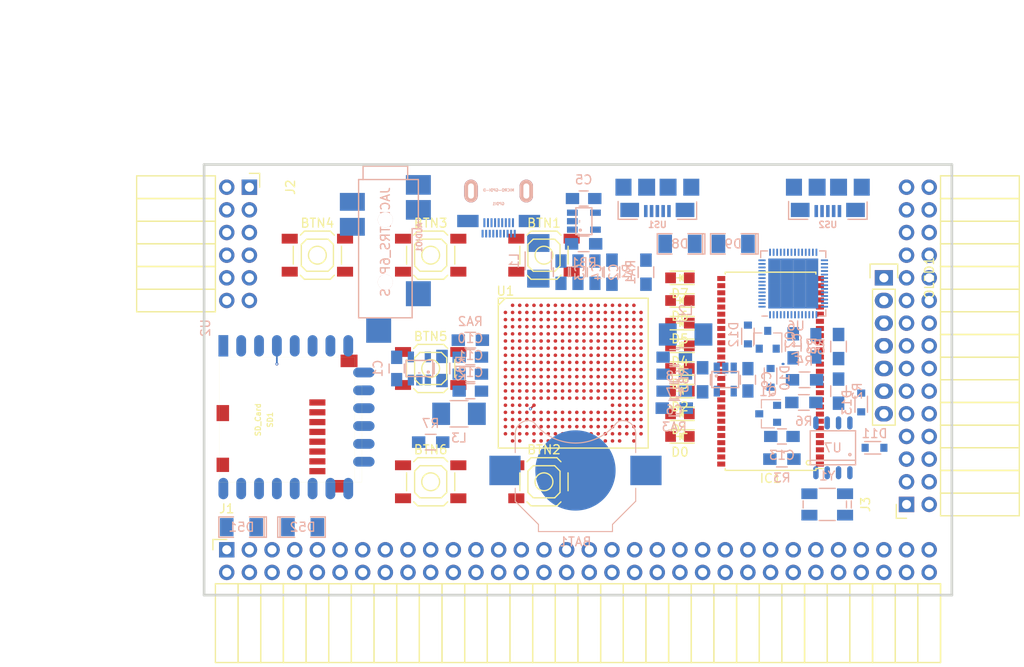
<source format=kicad_pcb>
(kicad_pcb (version 4) (host pcbnew 4.0.5+dfsg1-4)
  (layers (0 F.Cu signal) (1 In1.Cu signal) (2 In2.Cu signal) (31 B.Cu signal) (34 B.Paste user) (35 F.Paste user) (36 B.SilkS user) (37 F.SilkS user) (38 B.Mask user) (39 F.Mask user) (44 Edge.Cuts user))
  (net 0 "")
  (net 1 GND)
  (net 2 +5V)
  (net 3 /gpio/IN5V)
  (net 4 /gpio/OUT5V)
  (net 5 /gpio/P5)
  (net 6 /gpio/P6)
  (net 7 /gpio/P7)
  (net 8 /gpio/P8)
  (net 9 /gpio/P11)
  (net 10 /gpio/P12)
  (net 11 /gpio/P13)
  (net 12 /gpio/P14)
  (net 13 /gpio/P17)
  (net 14 /gpio/P18)
  (net 15 /gpio/P19)
  (net 16 /gpio/P20)
  (net 17 /gpio/P21)
  (net 18 /gpio/P22)
  (net 19 /gpio/P23)
  (net 20 /gpio/P24)
  (net 21 /gpio/P25)
  (net 22 /gpio/P26)
  (net 23 /gpio/P27)
  (net 24 /gpio/P28)
  (net 25 /gpio/P29)
  (net 26 /gpio/P30)
  (net 27 /gpio/P9)
  (net 28 /gpio/P10)
  (net 29 /gpio/P15)
  (net 30 /gpio/P16)
  (net 31 /gpio/P31)
  (net 32 /gpio/P32)
  (net 33 /gpio/P33)
  (net 34 /gpio/P34)
  (net 35 /gpio/P35)
  (net 36 /gpio/P36)
  (net 37 /gpio/P37)
  (net 38 /gpio/P38)
  (net 39 /gpio/P39)
  (net 40 /gpio/P40)
  (net 41 /gpio/P41)
  (net 42 /gpio/P42)
  (net 43 /gpio/P43)
  (net 44 /gpio/P44)
  (net 45 /gpio/P45)
  (net 46 /gpio/P46)
  (net 47 /gpio/P47)
  (net 48 /gpio/P48)
  (net 49 /gpio/P49)
  (net 50 /gpio/P50)
  (net 51 /gpio/P51)
  (net 52 /gpio/P52)
  (net 53 /gpio/P53)
  (net 54 /gpio/P54)
  (net 55 /gpio/P55)
  (net 56 /gpio/P56)
  (net 57 /gpio/P57)
  (net 58 /gpio/P58)
  (net 59 /gpio/P59)
  (net 60 /gpio/P60)
  (net 61 +3V3)
  (net 62 "Net-(L1-Pad1)")
  (net 63 "Net-(L2-Pad1)")
  (net 64 +1V2)
  (net 65 BTN_D)
  (net 66 BTN_F1)
  (net 67 BTN_F2)
  (net 68 BTN_L)
  (net 69 BTN_R)
  (net 70 BTN_U)
  (net 71 "Net-(BTN1-Pad1)")
  (net 72 /power/FB1)
  (net 73 +2V5)
  (net 74 "Net-(L3-Pad1)")
  (net 75 /power/PWREN)
  (net 76 /power/FB3)
  (net 77 /power/FB2)
  (net 78 /usb/USB5V)
  (net 79 "Net-(D9-Pad1)")
  (net 80 "Net-(U6-Pad57)")
  (net 81 /power/VBAT)
  (net 82 SD_3)
  (net 83 SD_MTMS)
  (net 84 SD_MTCK)
  (net 85 SD_MTDO)
  (net 86 SD_MTDI)
  (net 87 JTAG_TDI)
  (net 88 JTAG_TCK)
  (net 89 JTAG_TMS)
  (net 90 JTAG_TDO)
  (net 91 /power/WAKEUPn)
  (net 92 /power/WKUP)
  (net 93 /power/SHUT)
  (net 94 /power/WAKE)
  (net 95 /power/HOLD)
  (net 96 /power/WKn)
  (net 97 "Net-(Q2-Pad1)")
  (net 98 "Net-(U7-Pad1)")
  (net 99 "Net-(U7-Pad2)")
  (module Keystone_3000_1x12mm-CoinCell:Keystone_3000_1x12mm-CoinCell (layer B.Cu) (at 135.73 95.71)
    (fp_text reference BAT1 (at 0 8) (layer B.SilkS) (effects (justify mirror)))
    (fp_text value CR1225)
    (pad 1 smd rect (at -7.9 0) (size 3.5 3.3) (layers B.Cu B.Paste B.Mask) (net 81 /power/VBAT))
    (pad 1 smd rect (at 7.9 0) (size 3.5 3.3) (layers B.Cu B.Paste B.Mask) (net 81 /power/VBAT))
    (pad 2 smd circle (at 0 0) (size 9 9) (layers B.Cu B.Mask) (net 1 GND))
  )
  (module SMD_Packages:SMD-1206_Pol (layer B.Cu) (at 105.149 102.06)
    (fp_text reference D52 (at 0 0) (layer B.SilkS) (effects (justify mirror)))
    (fp_text value 2A)
    (pad 1 smd rect (at -1.651 0) (size 1.524 2.032) (layers B.Cu B.Paste B.Mask) (net 4 /gpio/OUT5V))
    (pad 2 smd rect (at 1.651 0) (size 1.524 2.032) (layers B.Cu B.Paste B.Mask))
  )
  (module SMD_Packages:SMD-1206_Pol (layer B.Cu) (at 98.291 102.06 180)
    (fp_text reference D51 (at 0 0 180) (layer B.SilkS) (effects (justify mirror)))
    (fp_text value 2A)
    (pad 1 smd rect (at -1.651 0 180) (size 1.524 2.032) (layers B.Cu B.Paste B.Mask) (net 2 +5V))
    (pad 2 smd rect (at 1.651 0 180) (size 1.524 2.032) (layers B.Cu B.Paste B.Mask) (net 3 /gpio/IN5V))
  )
  (module micro-sd:MicroSD_TF02D (layer F.Cu) (at 95.8 90.03 90)
    (fp_text reference SD1 (at 0 5.7 90) (layer F.SilkS) (effects (font (size 0.59944 0.59944) (thickness 0.12446))))
    (fp_text value SD_Card (at 0 4.35 90) (layer F.SilkS) (effects (font (size 0.59944 0.59944) (thickness 0.12446))))
    (pad 1 smd rect (at 1.94 11 90) (size 0.7 1.8) (layers F.Cu F.Paste F.Mask) (net 82 SD_3))
    (pad 2 smd rect (at 0.84 11 90) (size 0.7 1.8) (layers F.Cu F.Paste F.Mask) (net 83 SD_MTMS))
    (pad 3 smd rect (at -0.26 11 90) (size 0.7 1.8) (layers F.Cu F.Paste F.Mask) (net 1 GND))
    (pad 4 smd rect (at -1.36 11 90) (size 0.7 1.8) (layers F.Cu F.Paste F.Mask) (net 61 +3V3))
    (pad 5 smd rect (at -2.46 11 90) (size 0.7 1.8) (layers F.Cu F.Paste F.Mask) (net 84 SD_MTCK))
    (pad 6 smd rect (at -3.56 11 90) (size 0.7 1.8) (layers F.Cu F.Paste F.Mask) (net 1 GND))
    (pad 7 smd rect (at -4.66 11 90) (size 0.7 1.8) (layers F.Cu F.Paste F.Mask) (net 85 SD_MTDO))
    (pad 8 smd rect (at -5.76 11 90) (size 0.7 1.8) (layers F.Cu F.Paste F.Mask) (net 86 SD_MTDI))
    (pad S smd rect (at -5.05 0.4 90) (size 1.6 1.4) (layers F.Cu F.Paste F.Mask))
    (pad S smd rect (at 0.75 0.4 90) (size 1.8 1.4) (layers F.Cu F.Paste F.Mask))
    (pad G smd rect (at -7.45 13.55 90) (size 1.4 1.9) (layers F.Cu F.Paste F.Mask))
    (pad G smd rect (at 6.6 14.55 90) (size 1.4 1.9) (layers F.Cu F.Paste F.Mask))
  )
  (module micro-hdmi-d:MICRO-HDMI-D (layer B.Cu) (at 127.12 62.69)
    (fp_text reference GPDI1 (at -0.025 3.125) (layer B.SilkS) (effects (font (size 0.3 0.3) (thickness 0.075)) (justify mirror)))
    (fp_text value MICRO-GPDI-D (at 0 1.6) (layer B.SilkS) (effects (font (size 0.3 0.3) (thickness 0.075)) (justify mirror)))
    (pad 1 smd rect (at 1.8 6.475) (size 0.23 0.85) (layers B.Cu B.Paste B.Mask))
    (pad 3 smd rect (at 1.4 6.475) (size 0.23 0.85) (layers B.Cu B.Paste B.Mask))
    (pad 5 smd rect (at 1 6.475) (size 0.23 0.85) (layers B.Cu B.Paste B.Mask))
    (pad 7 smd rect (at 0.6 6.475) (size 0.23 0.85) (layers B.Cu B.Paste B.Mask) (net 1 GND))
    (pad 9 smd rect (at 0.2 6.475) (size 0.23 0.85) (layers B.Cu B.Paste B.Mask))
    (pad 11 smd rect (at -0.2 6.475) (size 0.23 0.85) (layers B.Cu B.Paste B.Mask))
    (pad 13 smd rect (at -0.6 6.475) (size 0.23 0.85) (layers B.Cu B.Paste B.Mask) (net 1 GND))
    (pad 15 smd rect (at -1 6.475) (size 0.23 0.85) (layers B.Cu B.Paste B.Mask))
    (pad 17 smd rect (at -1.4 6.475) (size 0.23 0.85) (layers B.Cu B.Paste B.Mask))
    (pad 19 smd rect (at -1.8 6.475) (size 0.23 0.85) (layers B.Cu B.Paste B.Mask) (net 2 +5V))
    (pad 2 smd rect (at 1.6 5.25) (size 0.23 1) (layers B.Cu B.Paste B.Mask))
    (pad 4 smd rect (at 1.2 5.25) (size 0.23 1) (layers B.Cu B.Paste B.Mask) (net 1 GND))
    (pad 6 smd rect (at 0.8 5.25) (size 0.23 1) (layers B.Cu B.Paste B.Mask))
    (pad 8 smd rect (at 0.4 5.25) (size 0.23 1) (layers B.Cu B.Paste B.Mask))
    (pad 10 smd rect (at 0 5.25) (size 0.23 1) (layers B.Cu B.Paste B.Mask) (net 1 GND))
    (pad 12 smd rect (at -0.4 5.25) (size 0.23 1) (layers B.Cu B.Paste B.Mask))
    (pad 14 smd rect (at -0.8 5.25) (size 0.23 1) (layers B.Cu B.Paste B.Mask))
    (pad 16 smd rect (at -1.2 5.25) (size 0.23 1) (layers B.Cu B.Paste B.Mask) (net 1 GND))
    (pad 18 smd rect (at -1.6 5.25) (size 0.23 1) (layers B.Cu B.Paste B.Mask))
    (pad SHD smd rect (at 3.45 5.06) (size 2.4 1.38) (layers B.Cu B.Paste B.Mask) (net 1 GND))
    (pad SHD smd rect (at -3.45 5.06) (size 2.4 1.38) (layers B.Cu B.Paste B.Mask) (net 1 GND))
    (pad "" thru_hole oval (at -3.1 1.7) (size 1.5 2.55) (drill oval 0.65 1.7) (layers *.Cu *.Mask B.SilkS))
    (pad "" thru_hole oval (at 3.1 1.7) (size 1.5 2.55) (drill oval 0.65 1.7) (layers *.Cu *.Mask B.SilkS))
  )
  (module Socket_Strips:Socket_Strip_Angled_2x32 (layer F.Cu) (at 96.64 104.6)
    (fp_text reference J1 (at 0 -4.6) (layer F.SilkS))
    (fp_text value CONN_02X32)
    (pad 1 thru_hole rect (at 0 0) (size 1.7272 1.7272) (drill 1.016) (layers *.Cu *.Mask) (net 3 /gpio/IN5V))
    (pad 2 thru_hole oval (at 0 2.54) (size 1.7272 1.7272) (drill 1.016) (layers *.Cu *.Mask) (net 4 /gpio/OUT5V))
    (pad 3 thru_hole oval (at 2.54 0) (size 1.7272 1.7272) (drill 1.016) (layers *.Cu *.Mask) (net 1 GND))
    (pad 4 thru_hole oval (at 2.54 2.54) (size 1.7272 1.7272) (drill 1.016) (layers *.Cu *.Mask) (net 1 GND))
    (pad 5 thru_hole oval (at 5.08 0) (size 1.7272 1.7272) (drill 1.016) (layers *.Cu *.Mask) (net 5 /gpio/P5))
    (pad 6 thru_hole oval (at 5.08 2.54) (size 1.7272 1.7272) (drill 1.016) (layers *.Cu *.Mask) (net 6 /gpio/P6))
    (pad 7 thru_hole oval (at 7.62 0) (size 1.7272 1.7272) (drill 1.016) (layers *.Cu *.Mask) (net 7 /gpio/P7))
    (pad 8 thru_hole oval (at 7.62 2.54) (size 1.7272 1.7272) (drill 1.016) (layers *.Cu *.Mask) (net 8 /gpio/P8))
    (pad 9 thru_hole oval (at 10.16 0) (size 1.7272 1.7272) (drill 1.016) (layers *.Cu *.Mask) (net 27 /gpio/P9))
    (pad 10 thru_hole oval (at 10.16 2.54) (size 1.7272 1.7272) (drill 1.016) (layers *.Cu *.Mask) (net 28 /gpio/P10))
    (pad 11 thru_hole oval (at 12.7 0) (size 1.7272 1.7272) (drill 1.016) (layers *.Cu *.Mask) (net 9 /gpio/P11))
    (pad 12 thru_hole oval (at 12.7 2.54) (size 1.7272 1.7272) (drill 1.016) (layers *.Cu *.Mask) (net 10 /gpio/P12))
    (pad 13 thru_hole oval (at 15.24 0) (size 1.7272 1.7272) (drill 1.016) (layers *.Cu *.Mask) (net 11 /gpio/P13))
    (pad 14 thru_hole oval (at 15.24 2.54) (size 1.7272 1.7272) (drill 1.016) (layers *.Cu *.Mask) (net 12 /gpio/P14))
    (pad 15 thru_hole oval (at 17.78 0) (size 1.7272 1.7272) (drill 1.016) (layers *.Cu *.Mask) (net 29 /gpio/P15))
    (pad 16 thru_hole oval (at 17.78 2.54) (size 1.7272 1.7272) (drill 1.016) (layers *.Cu *.Mask) (net 30 /gpio/P16))
    (pad 17 thru_hole oval (at 20.32 0) (size 1.7272 1.7272) (drill 1.016) (layers *.Cu *.Mask) (net 13 /gpio/P17))
    (pad 18 thru_hole oval (at 20.32 2.54) (size 1.7272 1.7272) (drill 1.016) (layers *.Cu *.Mask) (net 14 /gpio/P18))
    (pad 19 thru_hole oval (at 22.86 0) (size 1.7272 1.7272) (drill 1.016) (layers *.Cu *.Mask) (net 15 /gpio/P19))
    (pad 20 thru_hole oval (at 22.86 2.54) (size 1.7272 1.7272) (drill 1.016) (layers *.Cu *.Mask) (net 16 /gpio/P20))
    (pad 21 thru_hole oval (at 25.4 0) (size 1.7272 1.7272) (drill 1.016) (layers *.Cu *.Mask) (net 17 /gpio/P21))
    (pad 22 thru_hole oval (at 25.4 2.54) (size 1.7272 1.7272) (drill 1.016) (layers *.Cu *.Mask) (net 18 /gpio/P22))
    (pad 23 thru_hole oval (at 27.94 0) (size 1.7272 1.7272) (drill 1.016) (layers *.Cu *.Mask) (net 19 /gpio/P23))
    (pad 24 thru_hole oval (at 27.94 2.54) (size 1.7272 1.7272) (drill 1.016) (layers *.Cu *.Mask) (net 20 /gpio/P24))
    (pad 25 thru_hole oval (at 30.48 0) (size 1.7272 1.7272) (drill 1.016) (layers *.Cu *.Mask) (net 21 /gpio/P25))
    (pad 26 thru_hole oval (at 30.48 2.54) (size 1.7272 1.7272) (drill 1.016) (layers *.Cu *.Mask) (net 22 /gpio/P26))
    (pad 27 thru_hole oval (at 33.02 0) (size 1.7272 1.7272) (drill 1.016) (layers *.Cu *.Mask) (net 23 /gpio/P27))
    (pad 28 thru_hole oval (at 33.02 2.54) (size 1.7272 1.7272) (drill 1.016) (layers *.Cu *.Mask) (net 24 /gpio/P28))
    (pad 29 thru_hole oval (at 35.56 0) (size 1.7272 1.7272) (drill 1.016) (layers *.Cu *.Mask) (net 25 /gpio/P29))
    (pad 30 thru_hole oval (at 35.56 2.54) (size 1.7272 1.7272) (drill 1.016) (layers *.Cu *.Mask) (net 26 /gpio/P30))
    (pad 31 thru_hole oval (at 38.1 0) (size 1.7272 1.7272) (drill 1.016) (layers *.Cu *.Mask) (net 31 /gpio/P31))
    (pad 32 thru_hole oval (at 38.1 2.54) (size 1.7272 1.7272) (drill 1.016) (layers *.Cu *.Mask) (net 32 /gpio/P32))
    (pad 33 thru_hole oval (at 40.64 0) (size 1.7272 1.7272) (drill 1.016) (layers *.Cu *.Mask) (net 33 /gpio/P33))
    (pad 34 thru_hole oval (at 40.64 2.54) (size 1.7272 1.7272) (drill 1.016) (layers *.Cu *.Mask) (net 34 /gpio/P34))
    (pad 35 thru_hole oval (at 43.18 0) (size 1.7272 1.7272) (drill 1.016) (layers *.Cu *.Mask) (net 35 /gpio/P35))
    (pad 36 thru_hole oval (at 43.18 2.54) (size 1.7272 1.7272) (drill 1.016) (layers *.Cu *.Mask) (net 36 /gpio/P36))
    (pad 37 thru_hole oval (at 45.72 0) (size 1.7272 1.7272) (drill 1.016) (layers *.Cu *.Mask) (net 37 /gpio/P37))
    (pad 38 thru_hole oval (at 45.72 2.54) (size 1.7272 1.7272) (drill 1.016) (layers *.Cu *.Mask) (net 38 /gpio/P38))
    (pad 39 thru_hole oval (at 48.26 0) (size 1.7272 1.7272) (drill 1.016) (layers *.Cu *.Mask) (net 39 /gpio/P39))
    (pad 40 thru_hole oval (at 48.26 2.54) (size 1.7272 1.7272) (drill 1.016) (layers *.Cu *.Mask) (net 40 /gpio/P40))
    (pad 41 thru_hole oval (at 50.8 0) (size 1.7272 1.7272) (drill 1.016) (layers *.Cu *.Mask) (net 41 /gpio/P41))
    (pad 42 thru_hole oval (at 50.8 2.54) (size 1.7272 1.7272) (drill 1.016) (layers *.Cu *.Mask) (net 42 /gpio/P42))
    (pad 43 thru_hole oval (at 53.34 0) (size 1.7272 1.7272) (drill 1.016) (layers *.Cu *.Mask) (net 43 /gpio/P43))
    (pad 44 thru_hole oval (at 53.34 2.54) (size 1.7272 1.7272) (drill 1.016) (layers *.Cu *.Mask) (net 44 /gpio/P44))
    (pad 45 thru_hole oval (at 55.88 0) (size 1.7272 1.7272) (drill 1.016) (layers *.Cu *.Mask) (net 45 /gpio/P45))
    (pad 46 thru_hole oval (at 55.88 2.54) (size 1.7272 1.7272) (drill 1.016) (layers *.Cu *.Mask) (net 46 /gpio/P46))
    (pad 47 thru_hole oval (at 58.42 0) (size 1.7272 1.7272) (drill 1.016) (layers *.Cu *.Mask) (net 47 /gpio/P47))
    (pad 48 thru_hole oval (at 58.42 2.54) (size 1.7272 1.7272) (drill 1.016) (layers *.Cu *.Mask) (net 48 /gpio/P48))
    (pad 49 thru_hole oval (at 60.96 0) (size 1.7272 1.7272) (drill 1.016) (layers *.Cu *.Mask) (net 49 /gpio/P49))
    (pad 50 thru_hole oval (at 60.96 2.54) (size 1.7272 1.7272) (drill 1.016) (layers *.Cu *.Mask) (net 50 /gpio/P50))
    (pad 51 thru_hole oval (at 63.5 0) (size 1.7272 1.7272) (drill 1.016) (layers *.Cu *.Mask) (net 51 /gpio/P51))
    (pad 52 thru_hole oval (at 63.5 2.54) (size 1.7272 1.7272) (drill 1.016) (layers *.Cu *.Mask) (net 52 /gpio/P52))
    (pad 53 thru_hole oval (at 66.04 0) (size 1.7272 1.7272) (drill 1.016) (layers *.Cu *.Mask) (net 53 /gpio/P53))
    (pad 54 thru_hole oval (at 66.04 2.54) (size 1.7272 1.7272) (drill 1.016) (layers *.Cu *.Mask) (net 54 /gpio/P54))
    (pad 55 thru_hole oval (at 68.58 0) (size 1.7272 1.7272) (drill 1.016) (layers *.Cu *.Mask) (net 55 /gpio/P55))
    (pad 56 thru_hole oval (at 68.58 2.54) (size 1.7272 1.7272) (drill 1.016) (layers *.Cu *.Mask) (net 56 /gpio/P56))
    (pad 57 thru_hole oval (at 71.12 0) (size 1.7272 1.7272) (drill 1.016) (layers *.Cu *.Mask) (net 57 /gpio/P57))
    (pad 58 thru_hole oval (at 71.12 2.54) (size 1.7272 1.7272) (drill 1.016) (layers *.Cu *.Mask) (net 58 /gpio/P58))
    (pad 59 thru_hole oval (at 73.66 0) (size 1.7272 1.7272) (drill 1.016) (layers *.Cu *.Mask) (net 59 /gpio/P59))
    (pad 60 thru_hole oval (at 73.66 2.54) (size 1.7272 1.7272) (drill 1.016) (layers *.Cu *.Mask) (net 60 /gpio/P60))
    (pad 61 thru_hole oval (at 76.2 0) (size 1.7272 1.7272) (drill 1.016) (layers *.Cu *.Mask) (net 1 GND))
    (pad 62 thru_hole oval (at 76.2 2.54) (size 1.7272 1.7272) (drill 1.016) (layers *.Cu *.Mask) (net 1 GND))
    (pad 63 thru_hole oval (at 78.74 0) (size 1.7272 1.7272) (drill 1.016) (layers *.Cu *.Mask) (net 61 +3V3))
    (pad 64 thru_hole oval (at 78.74 2.54) (size 1.7272 1.7272) (drill 1.016) (layers *.Cu *.Mask) (net 61 +3V3))
  )
  (module Socket_Strips:Socket_Strip_Angled_2x15 (layer F.Cu) (at 172.84 99.52 90)
    (fp_text reference J3 (at 0 -4.6 90) (layer F.SilkS))
    (fp_text value CONN_02X15)
    (pad 1 thru_hole rect (at 0 0 90) (size 1.7272 1.7272) (drill 1.016) (layers *.Cu *.Mask) (net 61 +3V3))
    (pad 2 thru_hole oval (at 0 2.54 90) (size 1.7272 1.7272) (drill 1.016) (layers *.Cu *.Mask) (net 61 +3V3))
    (pad 3 thru_hole oval (at 2.54 0 90) (size 1.7272 1.7272) (drill 1.016) (layers *.Cu *.Mask) (net 1 GND))
    (pad 4 thru_hole oval (at 2.54 2.54 90) (size 1.7272 1.7272) (drill 1.016) (layers *.Cu *.Mask) (net 1 GND))
    (pad 5 thru_hole oval (at 5.08 0 90) (size 1.7272 1.7272) (drill 1.016) (layers *.Cu *.Mask))
    (pad 6 thru_hole oval (at 5.08 2.54 90) (size 1.7272 1.7272) (drill 1.016) (layers *.Cu *.Mask))
    (pad 7 thru_hole oval (at 7.62 0 90) (size 1.7272 1.7272) (drill 1.016) (layers *.Cu *.Mask))
    (pad 8 thru_hole oval (at 7.62 2.54 90) (size 1.7272 1.7272) (drill 1.016) (layers *.Cu *.Mask))
    (pad 9 thru_hole oval (at 10.16 0 90) (size 1.7272 1.7272) (drill 1.016) (layers *.Cu *.Mask))
    (pad 10 thru_hole oval (at 10.16 2.54 90) (size 1.7272 1.7272) (drill 1.016) (layers *.Cu *.Mask))
    (pad 11 thru_hole oval (at 12.7 0 90) (size 1.7272 1.7272) (drill 1.016) (layers *.Cu *.Mask))
    (pad 12 thru_hole oval (at 12.7 2.54 90) (size 1.7272 1.7272) (drill 1.016) (layers *.Cu *.Mask))
    (pad 13 thru_hole oval (at 15.24 0 90) (size 1.7272 1.7272) (drill 1.016) (layers *.Cu *.Mask))
    (pad 14 thru_hole oval (at 15.24 2.54 90) (size 1.7272 1.7272) (drill 1.016) (layers *.Cu *.Mask))
    (pad 15 thru_hole oval (at 17.78 0 90) (size 1.7272 1.7272) (drill 1.016) (layers *.Cu *.Mask))
    (pad 16 thru_hole oval (at 17.78 2.54 90) (size 1.7272 1.7272) (drill 1.016) (layers *.Cu *.Mask))
    (pad 17 thru_hole oval (at 20.32 0 90) (size 1.7272 1.7272) (drill 1.016) (layers *.Cu *.Mask))
    (pad 18 thru_hole oval (at 20.32 2.54 90) (size 1.7272 1.7272) (drill 1.016) (layers *.Cu *.Mask))
    (pad 19 thru_hole oval (at 22.86 0 90) (size 1.7272 1.7272) (drill 1.016) (layers *.Cu *.Mask) (net 61 +3V3))
    (pad 20 thru_hole oval (at 22.86 2.54 90) (size 1.7272 1.7272) (drill 1.016) (layers *.Cu *.Mask) (net 61 +3V3))
    (pad 21 thru_hole oval (at 25.4 0 90) (size 1.7272 1.7272) (drill 1.016) (layers *.Cu *.Mask) (net 1 GND))
    (pad 22 thru_hole oval (at 25.4 2.54 90) (size 1.7272 1.7272) (drill 1.016) (layers *.Cu *.Mask) (net 1 GND))
    (pad 23 thru_hole oval (at 27.94 0 90) (size 1.7272 1.7272) (drill 1.016) (layers *.Cu *.Mask))
    (pad 24 thru_hole oval (at 27.94 2.54 90) (size 1.7272 1.7272) (drill 1.016) (layers *.Cu *.Mask))
    (pad 25 thru_hole oval (at 30.48 0 90) (size 1.7272 1.7272) (drill 1.016) (layers *.Cu *.Mask))
    (pad 26 thru_hole oval (at 30.48 2.54 90) (size 1.7272 1.7272) (drill 1.016) (layers *.Cu *.Mask))
    (pad 27 thru_hole oval (at 33.02 0 90) (size 1.7272 1.7272) (drill 1.016) (layers *.Cu *.Mask))
    (pad 28 thru_hole oval (at 33.02 2.54 90) (size 1.7272 1.7272) (drill 1.016) (layers *.Cu *.Mask))
    (pad 29 thru_hole oval (at 35.56 0 90) (size 1.7272 1.7272) (drill 1.016) (layers *.Cu *.Mask))
    (pad 30 thru_hole oval (at 35.56 2.54 90) (size 1.7272 1.7272) (drill 1.016) (layers *.Cu *.Mask))
  )
  (module Socket_Strips:Socket_Strip_Angled_2x06 (layer F.Cu) (at 99.18 63.96 270)
    (fp_text reference J2 (at 0 -4.6 270) (layer F.SilkS))
    (fp_text value CONN_02X06)
    (pad 1 thru_hole rect (at 0 0 270) (size 1.7272 1.7272) (drill 1.016) (layers *.Cu *.Mask) (net 61 +3V3))
    (pad 2 thru_hole oval (at 0 2.54 270) (size 1.7272 1.7272) (drill 1.016) (layers *.Cu *.Mask) (net 61 +3V3))
    (pad 3 thru_hole oval (at 2.54 0 270) (size 1.7272 1.7272) (drill 1.016) (layers *.Cu *.Mask) (net 1 GND))
    (pad 4 thru_hole oval (at 2.54 2.54 270) (size 1.7272 1.7272) (drill 1.016) (layers *.Cu *.Mask) (net 1 GND))
    (pad 5 thru_hole oval (at 5.08 0 270) (size 1.7272 1.7272) (drill 1.016) (layers *.Cu *.Mask))
    (pad 6 thru_hole oval (at 5.08 2.54 270) (size 1.7272 1.7272) (drill 1.016) (layers *.Cu *.Mask))
    (pad 7 thru_hole oval (at 7.62 0 270) (size 1.7272 1.7272) (drill 1.016) (layers *.Cu *.Mask))
    (pad 8 thru_hole oval (at 7.62 2.54 270) (size 1.7272 1.7272) (drill 1.016) (layers *.Cu *.Mask))
    (pad 9 thru_hole oval (at 10.16 0 270) (size 1.7272 1.7272) (drill 1.016) (layers *.Cu *.Mask))
    (pad 10 thru_hole oval (at 10.16 2.54 270) (size 1.7272 1.7272) (drill 1.016) (layers *.Cu *.Mask))
    (pad 11 thru_hole oval (at 12.7 0 270) (size 1.7272 1.7272) (drill 1.016) (layers *.Cu *.Mask))
    (pad 12 thru_hole oval (at 12.7 2.54 270) (size 1.7272 1.7272) (drill 1.016) (layers *.Cu *.Mask))
  )
  (module lfe5bg381:BGA-381_pitch0.8mm_dia0.4mm (layer F.Cu) (at 135.48 84.8)
    (fp_text reference U1 (at -7.6 -9.2) (layer F.SilkS))
    (fp_text value LFE5U-25F-6BG381C)
    (pad A2 smd circle (at -6.8 -7.6) (size 0.4 0.4) (layers F.Cu F.Paste F.Mask))
    (pad A3 smd circle (at -6 -7.6) (size 0.4 0.4) (layers F.Cu F.Paste F.Mask))
    (pad A4 smd circle (at -5.2 -7.6) (size 0.4 0.4) (layers F.Cu F.Paste F.Mask))
    (pad A5 smd circle (at -4.4 -7.6) (size 0.4 0.4) (layers F.Cu F.Paste F.Mask))
    (pad A6 smd circle (at -3.6 -7.6) (size 0.4 0.4) (layers F.Cu F.Paste F.Mask) (net 24 /gpio/P28))
    (pad A7 smd circle (at -2.8 -7.6) (size 0.4 0.4) (layers F.Cu F.Paste F.Mask) (net 30 /gpio/P16))
    (pad A8 smd circle (at -2 -7.6) (size 0.4 0.4) (layers F.Cu F.Paste F.Mask) (net 29 /gpio/P15))
    (pad A9 smd circle (at -1.2 -7.6) (size 0.4 0.4) (layers F.Cu F.Paste F.Mask) (net 28 /gpio/P10))
    (pad A10 smd circle (at -0.4 -7.6) (size 0.4 0.4) (layers F.Cu F.Paste F.Mask) (net 7 /gpio/P7))
    (pad A11 smd circle (at 0.4 -7.6) (size 0.4 0.4) (layers F.Cu F.Paste F.Mask) (net 8 /gpio/P8))
    (pad A12 smd circle (at 1.2 -7.6) (size 0.4 0.4) (layers F.Cu F.Paste F.Mask) (net 54 /gpio/P54))
    (pad A13 smd circle (at 2 -7.6) (size 0.4 0.4) (layers F.Cu F.Paste F.Mask) (net 53 /gpio/P53))
    (pad A14 smd circle (at 2.8 -7.6) (size 0.4 0.4) (layers F.Cu F.Paste F.Mask) (net 48 /gpio/P48))
    (pad A15 smd circle (at 3.6 -7.6) (size 0.4 0.4) (layers F.Cu F.Paste F.Mask))
    (pad A16 smd circle (at 4.4 -7.6) (size 0.4 0.4) (layers F.Cu F.Paste F.Mask) (net 40 /gpio/P40))
    (pad A17 smd circle (at 5.2 -7.6) (size 0.4 0.4) (layers F.Cu F.Paste F.Mask) (net 34 /gpio/P34))
    (pad A18 smd circle (at 6 -7.6) (size 0.4 0.4) (layers F.Cu F.Paste F.Mask) (net 32 /gpio/P32))
    (pad A19 smd circle (at 6.8 -7.6) (size 0.4 0.4) (layers F.Cu F.Paste F.Mask) (net 26 /gpio/P30))
    (pad B1 smd circle (at -7.6 -6.8) (size 0.4 0.4) (layers F.Cu F.Paste F.Mask))
    (pad B2 smd circle (at -6.8 -6.8) (size 0.4 0.4) (layers F.Cu F.Paste F.Mask))
    (pad B3 smd circle (at -6 -6.8) (size 0.4 0.4) (layers F.Cu F.Paste F.Mask))
    (pad B4 smd circle (at -5.2 -6.8) (size 0.4 0.4) (layers F.Cu F.Paste F.Mask))
    (pad B5 smd circle (at -4.4 -6.8) (size 0.4 0.4) (layers F.Cu F.Paste F.Mask))
    (pad B6 smd circle (at -3.6 -6.8) (size 0.4 0.4) (layers F.Cu F.Paste F.Mask) (net 23 /gpio/P27))
    (pad B7 smd circle (at -2.8 -6.8) (size 0.4 0.4) (layers F.Cu F.Paste F.Mask) (net 1 GND))
    (pad B8 smd circle (at -2 -6.8) (size 0.4 0.4) (layers F.Cu F.Paste F.Mask) (net 13 /gpio/P17))
    (pad B9 smd circle (at -1.2 -6.8) (size 0.4 0.4) (layers F.Cu F.Paste F.Mask) (net 10 /gpio/P12))
    (pad B10 smd circle (at -0.4 -6.8) (size 0.4 0.4) (layers F.Cu F.Paste F.Mask) (net 27 /gpio/P9))
    (pad B11 smd circle (at 0.4 -6.8) (size 0.4 0.4) (layers F.Cu F.Paste F.Mask) (net 5 /gpio/P5))
    (pad B12 smd circle (at 1.2 -6.8) (size 0.4 0.4) (layers F.Cu F.Paste F.Mask) (net 58 /gpio/P58))
    (pad B13 smd circle (at 2 -6.8) (size 0.4 0.4) (layers F.Cu F.Paste F.Mask) (net 52 /gpio/P52))
    (pad B14 smd circle (at 2.8 -6.8) (size 0.4 0.4) (layers F.Cu F.Paste F.Mask) (net 1 GND))
    (pad B15 smd circle (at 3.6 -6.8) (size 0.4 0.4) (layers F.Cu F.Paste F.Mask) (net 44 /gpio/P44))
    (pad B16 smd circle (at 4.4 -6.8) (size 0.4 0.4) (layers F.Cu F.Paste F.Mask) (net 39 /gpio/P39))
    (pad B17 smd circle (at 5.2 -6.8) (size 0.4 0.4) (layers F.Cu F.Paste F.Mask) (net 36 /gpio/P36))
    (pad B18 smd circle (at 6 -6.8) (size 0.4 0.4) (layers F.Cu F.Paste F.Mask) (net 33 /gpio/P33))
    (pad B19 smd circle (at 6.8 -6.8) (size 0.4 0.4) (layers F.Cu F.Paste F.Mask) (net 31 /gpio/P31))
    (pad B20 smd circle (at 7.6 -6.8) (size 0.4 0.4) (layers F.Cu F.Paste F.Mask) (net 25 /gpio/P29))
    (pad C1 smd circle (at -7.6 -6) (size 0.4 0.4) (layers F.Cu F.Paste F.Mask))
    (pad C2 smd circle (at -6.8 -6) (size 0.4 0.4) (layers F.Cu F.Paste F.Mask))
    (pad C3 smd circle (at -6 -6) (size 0.4 0.4) (layers F.Cu F.Paste F.Mask))
    (pad C4 smd circle (at -5.2 -6) (size 0.4 0.4) (layers F.Cu F.Paste F.Mask))
    (pad C5 smd circle (at -4.4 -6) (size 0.4 0.4) (layers F.Cu F.Paste F.Mask))
    (pad C6 smd circle (at -3.6 -6) (size 0.4 0.4) (layers F.Cu F.Paste F.Mask) (net 18 /gpio/P22))
    (pad C7 smd circle (at -2.8 -6) (size 0.4 0.4) (layers F.Cu F.Paste F.Mask) (net 17 /gpio/P21))
    (pad C8 smd circle (at -2 -6) (size 0.4 0.4) (layers F.Cu F.Paste F.Mask) (net 14 /gpio/P18))
    (pad C9 smd circle (at -1.2 -6) (size 0.4 0.4) (layers F.Cu F.Paste F.Mask))
    (pad C10 smd circle (at -0.4 -6) (size 0.4 0.4) (layers F.Cu F.Paste F.Mask) (net 9 /gpio/P11))
    (pad C11 smd circle (at 0.4 -6) (size 0.4 0.4) (layers F.Cu F.Paste F.Mask) (net 6 /gpio/P6))
    (pad C12 smd circle (at 1.2 -6) (size 0.4 0.4) (layers F.Cu F.Paste F.Mask) (net 57 /gpio/P57))
    (pad C13 smd circle (at 2 -6) (size 0.4 0.4) (layers F.Cu F.Paste F.Mask) (net 51 /gpio/P51))
    (pad C14 smd circle (at 2.8 -6) (size 0.4 0.4) (layers F.Cu F.Paste F.Mask) (net 47 /gpio/P47))
    (pad C15 smd circle (at 3.6 -6) (size 0.4 0.4) (layers F.Cu F.Paste F.Mask) (net 43 /gpio/P43))
    (pad C16 smd circle (at 4.4 -6) (size 0.4 0.4) (layers F.Cu F.Paste F.Mask) (net 38 /gpio/P38))
    (pad C17 smd circle (at 5.2 -6) (size 0.4 0.4) (layers F.Cu F.Paste F.Mask) (net 35 /gpio/P35))
    (pad C18 smd circle (at 6 -6) (size 0.4 0.4) (layers F.Cu F.Paste F.Mask))
    (pad C19 smd circle (at 6.8 -6) (size 0.4 0.4) (layers F.Cu F.Paste F.Mask) (net 1 GND))
    (pad C20 smd circle (at 7.6 -6) (size 0.4 0.4) (layers F.Cu F.Paste F.Mask))
    (pad D1 smd circle (at -7.6 -5.2) (size 0.4 0.4) (layers F.Cu F.Paste F.Mask))
    (pad D2 smd circle (at -6.8 -5.2) (size 0.4 0.4) (layers F.Cu F.Paste F.Mask))
    (pad D3 smd circle (at -6 -5.2) (size 0.4 0.4) (layers F.Cu F.Paste F.Mask))
    (pad D4 smd circle (at -5.2 -5.2) (size 0.4 0.4) (layers F.Cu F.Paste F.Mask) (net 1 GND))
    (pad D5 smd circle (at -4.4 -5.2) (size 0.4 0.4) (layers F.Cu F.Paste F.Mask))
    (pad D6 smd circle (at -3.6 -5.2) (size 0.4 0.4) (layers F.Cu F.Paste F.Mask) (net 21 /gpio/P25))
    (pad D7 smd circle (at -2.8 -5.2) (size 0.4 0.4) (layers F.Cu F.Paste F.Mask) (net 19 /gpio/P23))
    (pad D8 smd circle (at -2 -5.2) (size 0.4 0.4) (layers F.Cu F.Paste F.Mask) (net 15 /gpio/P19))
    (pad D9 smd circle (at -1.2 -5.2) (size 0.4 0.4) (layers F.Cu F.Paste F.Mask) (net 12 /gpio/P14))
    (pad D10 smd circle (at -0.4 -5.2) (size 0.4 0.4) (layers F.Cu F.Paste F.Mask))
    (pad D11 smd circle (at 0.4 -5.2) (size 0.4 0.4) (layers F.Cu F.Paste F.Mask) (net 60 /gpio/P60))
    (pad D12 smd circle (at 1.2 -5.2) (size 0.4 0.4) (layers F.Cu F.Paste F.Mask) (net 56 /gpio/P56))
    (pad D13 smd circle (at 2 -5.2) (size 0.4 0.4) (layers F.Cu F.Paste F.Mask) (net 50 /gpio/P50))
    (pad D14 smd circle (at 2.8 -5.2) (size 0.4 0.4) (layers F.Cu F.Paste F.Mask) (net 46 /gpio/P46))
    (pad D15 smd circle (at 3.6 -5.2) (size 0.4 0.4) (layers F.Cu F.Paste F.Mask) (net 42 /gpio/P42))
    (pad D16 smd circle (at 4.4 -5.2) (size 0.4 0.4) (layers F.Cu F.Paste F.Mask) (net 37 /gpio/P37))
    (pad D17 smd circle (at 5.2 -5.2) (size 0.4 0.4) (layers F.Cu F.Paste F.Mask))
    (pad D18 smd circle (at 6 -5.2) (size 0.4 0.4) (layers F.Cu F.Paste F.Mask))
    (pad D19 smd circle (at 6.8 -5.2) (size 0.4 0.4) (layers F.Cu F.Paste F.Mask))
    (pad D20 smd circle (at 7.6 -5.2) (size 0.4 0.4) (layers F.Cu F.Paste F.Mask))
    (pad E1 smd circle (at -7.6 -4.4) (size 0.4 0.4) (layers F.Cu F.Paste F.Mask))
    (pad E2 smd circle (at -6.8 -4.4) (size 0.4 0.4) (layers F.Cu F.Paste F.Mask))
    (pad E3 smd circle (at -6 -4.4) (size 0.4 0.4) (layers F.Cu F.Paste F.Mask))
    (pad E4 smd circle (at -5.2 -4.4) (size 0.4 0.4) (layers F.Cu F.Paste F.Mask))
    (pad E5 smd circle (at -4.4 -4.4) (size 0.4 0.4) (layers F.Cu F.Paste F.Mask))
    (pad E6 smd circle (at -3.6 -4.4) (size 0.4 0.4) (layers F.Cu F.Paste F.Mask) (net 22 /gpio/P26))
    (pad E7 smd circle (at -2.8 -4.4) (size 0.4 0.4) (layers F.Cu F.Paste F.Mask) (net 20 /gpio/P24))
    (pad E8 smd circle (at -2 -4.4) (size 0.4 0.4) (layers F.Cu F.Paste F.Mask) (net 16 /gpio/P20))
    (pad E9 smd circle (at -1.2 -4.4) (size 0.4 0.4) (layers F.Cu F.Paste F.Mask) (net 11 /gpio/P13))
    (pad E10 smd circle (at -0.4 -4.4) (size 0.4 0.4) (layers F.Cu F.Paste F.Mask))
    (pad E11 smd circle (at 0.4 -4.4) (size 0.4 0.4) (layers F.Cu F.Paste F.Mask) (net 59 /gpio/P59))
    (pad E12 smd circle (at 1.2 -4.4) (size 0.4 0.4) (layers F.Cu F.Paste F.Mask) (net 55 /gpio/P55))
    (pad E13 smd circle (at 2 -4.4) (size 0.4 0.4) (layers F.Cu F.Paste F.Mask) (net 49 /gpio/P49))
    (pad E14 smd circle (at 2.8 -4.4) (size 0.4 0.4) (layers F.Cu F.Paste F.Mask) (net 45 /gpio/P45))
    (pad E15 smd circle (at 3.6 -4.4) (size 0.4 0.4) (layers F.Cu F.Paste F.Mask) (net 41 /gpio/P41))
    (pad E16 smd circle (at 4.4 -4.4) (size 0.4 0.4) (layers F.Cu F.Paste F.Mask))
    (pad E17 smd circle (at 5.2 -4.4) (size 0.4 0.4) (layers F.Cu F.Paste F.Mask))
    (pad E18 smd circle (at 6 -4.4) (size 0.4 0.4) (layers F.Cu F.Paste F.Mask))
    (pad E19 smd circle (at 6.8 -4.4) (size 0.4 0.4) (layers F.Cu F.Paste F.Mask))
    (pad E20 smd circle (at 7.6 -4.4) (size 0.4 0.4) (layers F.Cu F.Paste F.Mask))
    (pad F1 smd circle (at -7.6 -3.6) (size 0.4 0.4) (layers F.Cu F.Paste F.Mask))
    (pad F2 smd circle (at -6.8 -3.6) (size 0.4 0.4) (layers F.Cu F.Paste F.Mask))
    (pad F3 smd circle (at -6 -3.6) (size 0.4 0.4) (layers F.Cu F.Paste F.Mask))
    (pad F4 smd circle (at -5.2 -3.6) (size 0.4 0.4) (layers F.Cu F.Paste F.Mask))
    (pad F5 smd circle (at -4.4 -3.6) (size 0.4 0.4) (layers F.Cu F.Paste F.Mask))
    (pad F6 smd circle (at -3.6 -3.6) (size 0.4 0.4) (layers F.Cu F.Paste F.Mask) (net 73 +2V5))
    (pad F7 smd circle (at -2.8 -3.6) (size 0.4 0.4) (layers F.Cu F.Paste F.Mask) (net 1 GND))
    (pad F8 smd circle (at -2 -3.6) (size 0.4 0.4) (layers F.Cu F.Paste F.Mask) (net 1 GND))
    (pad F9 smd circle (at -1.2 -3.6) (size 0.4 0.4) (layers F.Cu F.Paste F.Mask) (net 61 +3V3))
    (pad F10 smd circle (at -0.4 -3.6) (size 0.4 0.4) (layers F.Cu F.Paste F.Mask) (net 61 +3V3))
    (pad F11 smd circle (at 0.4 -3.6) (size 0.4 0.4) (layers F.Cu F.Paste F.Mask) (net 61 +3V3))
    (pad F12 smd circle (at 1.2 -3.6) (size 0.4 0.4) (layers F.Cu F.Paste F.Mask) (net 61 +3V3))
    (pad F13 smd circle (at 2 -3.6) (size 0.4 0.4) (layers F.Cu F.Paste F.Mask) (net 1 GND))
    (pad F14 smd circle (at 2.8 -3.6) (size 0.4 0.4) (layers F.Cu F.Paste F.Mask) (net 1 GND))
    (pad F15 smd circle (at 3.6 -3.6) (size 0.4 0.4) (layers F.Cu F.Paste F.Mask) (net 73 +2V5))
    (pad F16 smd circle (at 4.4 -3.6) (size 0.4 0.4) (layers F.Cu F.Paste F.Mask))
    (pad F17 smd circle (at 5.2 -3.6) (size 0.4 0.4) (layers F.Cu F.Paste F.Mask))
    (pad F18 smd circle (at 6 -3.6) (size 0.4 0.4) (layers F.Cu F.Paste F.Mask))
    (pad F19 smd circle (at 6.8 -3.6) (size 0.4 0.4) (layers F.Cu F.Paste F.Mask))
    (pad F20 smd circle (at 7.6 -3.6) (size 0.4 0.4) (layers F.Cu F.Paste F.Mask))
    (pad G1 smd circle (at -7.6 -2.8) (size 0.4 0.4) (layers F.Cu F.Paste F.Mask))
    (pad G2 smd circle (at -6.8 -2.8) (size 0.4 0.4) (layers F.Cu F.Paste F.Mask))
    (pad G3 smd circle (at -6 -2.8) (size 0.4 0.4) (layers F.Cu F.Paste F.Mask))
    (pad G4 smd circle (at -5.2 -2.8) (size 0.4 0.4) (layers F.Cu F.Paste F.Mask) (net 1 GND))
    (pad G5 smd circle (at -4.4 -2.8) (size 0.4 0.4) (layers F.Cu F.Paste F.Mask))
    (pad G6 smd circle (at -3.6 -2.8) (size 0.4 0.4) (layers F.Cu F.Paste F.Mask) (net 1 GND))
    (pad G7 smd circle (at -2.8 -2.8) (size 0.4 0.4) (layers F.Cu F.Paste F.Mask) (net 1 GND))
    (pad G8 smd circle (at -2 -2.8) (size 0.4 0.4) (layers F.Cu F.Paste F.Mask) (net 1 GND))
    (pad G9 smd circle (at -1.2 -2.8) (size 0.4 0.4) (layers F.Cu F.Paste F.Mask) (net 1 GND))
    (pad G10 smd circle (at -0.4 -2.8) (size 0.4 0.4) (layers F.Cu F.Paste F.Mask) (net 1 GND))
    (pad G11 smd circle (at 0.4 -2.8) (size 0.4 0.4) (layers F.Cu F.Paste F.Mask) (net 1 GND))
    (pad G12 smd circle (at 1.2 -2.8) (size 0.4 0.4) (layers F.Cu F.Paste F.Mask) (net 1 GND))
    (pad G13 smd circle (at 2 -2.8) (size 0.4 0.4) (layers F.Cu F.Paste F.Mask) (net 1 GND))
    (pad G14 smd circle (at 2.8 -2.8) (size 0.4 0.4) (layers F.Cu F.Paste F.Mask) (net 1 GND))
    (pad G15 smd circle (at 3.6 -2.8) (size 0.4 0.4) (layers F.Cu F.Paste F.Mask) (net 1 GND))
    (pad G16 smd circle (at 4.4 -2.8) (size 0.4 0.4) (layers F.Cu F.Paste F.Mask))
    (pad G17 smd circle (at 5.2 -2.8) (size 0.4 0.4) (layers F.Cu F.Paste F.Mask) (net 1 GND))
    (pad G18 smd circle (at 6 -2.8) (size 0.4 0.4) (layers F.Cu F.Paste F.Mask))
    (pad G19 smd circle (at 6.8 -2.8) (size 0.4 0.4) (layers F.Cu F.Paste F.Mask))
    (pad G20 smd circle (at 7.6 -2.8) (size 0.4 0.4) (layers F.Cu F.Paste F.Mask))
    (pad H1 smd circle (at -7.6 -2) (size 0.4 0.4) (layers F.Cu F.Paste F.Mask))
    (pad H2 smd circle (at -6.8 -2) (size 0.4 0.4) (layers F.Cu F.Paste F.Mask))
    (pad H3 smd circle (at -6 -2) (size 0.4 0.4) (layers F.Cu F.Paste F.Mask))
    (pad H4 smd circle (at -5.2 -2) (size 0.4 0.4) (layers F.Cu F.Paste F.Mask))
    (pad H5 smd circle (at -4.4 -2) (size 0.4 0.4) (layers F.Cu F.Paste F.Mask))
    (pad H6 smd circle (at -3.6 -2) (size 0.4 0.4) (layers F.Cu F.Paste F.Mask) (net 61 +3V3))
    (pad H7 smd circle (at -2.8 -2) (size 0.4 0.4) (layers F.Cu F.Paste F.Mask) (net 61 +3V3))
    (pad H8 smd circle (at -2 -2) (size 0.4 0.4) (layers F.Cu F.Paste F.Mask) (net 64 +1V2))
    (pad H9 smd circle (at -1.2 -2) (size 0.4 0.4) (layers F.Cu F.Paste F.Mask) (net 64 +1V2))
    (pad H10 smd circle (at -0.4 -2) (size 0.4 0.4) (layers F.Cu F.Paste F.Mask) (net 64 +1V2))
    (pad H11 smd circle (at 0.4 -2) (size 0.4 0.4) (layers F.Cu F.Paste F.Mask) (net 64 +1V2))
    (pad H12 smd circle (at 1.2 -2) (size 0.4 0.4) (layers F.Cu F.Paste F.Mask) (net 64 +1V2))
    (pad H13 smd circle (at 2 -2) (size 0.4 0.4) (layers F.Cu F.Paste F.Mask) (net 64 +1V2))
    (pad H14 smd circle (at 2.8 -2) (size 0.4 0.4) (layers F.Cu F.Paste F.Mask) (net 61 +3V3))
    (pad H15 smd circle (at 3.6 -2) (size 0.4 0.4) (layers F.Cu F.Paste F.Mask) (net 61 +3V3))
    (pad H16 smd circle (at 4.4 -2) (size 0.4 0.4) (layers F.Cu F.Paste F.Mask))
    (pad H17 smd circle (at 5.2 -2) (size 0.4 0.4) (layers F.Cu F.Paste F.Mask))
    (pad H18 smd circle (at 6 -2) (size 0.4 0.4) (layers F.Cu F.Paste F.Mask))
    (pad H19 smd circle (at 6.8 -2) (size 0.4 0.4) (layers F.Cu F.Paste F.Mask) (net 1 GND))
    (pad H20 smd circle (at 7.6 -2) (size 0.4 0.4) (layers F.Cu F.Paste F.Mask))
    (pad J1 smd circle (at -7.6 -1.2) (size 0.4 0.4) (layers F.Cu F.Paste F.Mask))
    (pad J2 smd circle (at -6.8 -1.2) (size 0.4 0.4) (layers F.Cu F.Paste F.Mask) (net 1 GND))
    (pad J3 smd circle (at -6 -1.2) (size 0.4 0.4) (layers F.Cu F.Paste F.Mask))
    (pad J4 smd circle (at -5.2 -1.2) (size 0.4 0.4) (layers F.Cu F.Paste F.Mask))
    (pad J5 smd circle (at -4.4 -1.2) (size 0.4 0.4) (layers F.Cu F.Paste F.Mask))
    (pad J6 smd circle (at -3.6 -1.2) (size 0.4 0.4) (layers F.Cu F.Paste F.Mask) (net 61 +3V3))
    (pad J7 smd circle (at -2.8 -1.2) (size 0.4 0.4) (layers F.Cu F.Paste F.Mask) (net 1 GND))
    (pad J8 smd circle (at -2 -1.2) (size 0.4 0.4) (layers F.Cu F.Paste F.Mask) (net 64 +1V2))
    (pad J9 smd circle (at -1.2 -1.2) (size 0.4 0.4) (layers F.Cu F.Paste F.Mask) (net 1 GND))
    (pad J10 smd circle (at -0.4 -1.2) (size 0.4 0.4) (layers F.Cu F.Paste F.Mask) (net 1 GND))
    (pad J11 smd circle (at 0.4 -1.2) (size 0.4 0.4) (layers F.Cu F.Paste F.Mask) (net 1 GND))
    (pad J12 smd circle (at 1.2 -1.2) (size 0.4 0.4) (layers F.Cu F.Paste F.Mask) (net 1 GND))
    (pad J13 smd circle (at 2 -1.2) (size 0.4 0.4) (layers F.Cu F.Paste F.Mask) (net 64 +1V2))
    (pad J14 smd circle (at 2.8 -1.2) (size 0.4 0.4) (layers F.Cu F.Paste F.Mask) (net 1 GND))
    (pad J15 smd circle (at 3.6 -1.2) (size 0.4 0.4) (layers F.Cu F.Paste F.Mask) (net 61 +3V3))
    (pad J16 smd circle (at 4.4 -1.2) (size 0.4 0.4) (layers F.Cu F.Paste F.Mask))
    (pad J17 smd circle (at 5.2 -1.2) (size 0.4 0.4) (layers F.Cu F.Paste F.Mask))
    (pad J18 smd circle (at 6 -1.2) (size 0.4 0.4) (layers F.Cu F.Paste F.Mask))
    (pad J19 smd circle (at 6.8 -1.2) (size 0.4 0.4) (layers F.Cu F.Paste F.Mask))
    (pad J20 smd circle (at 7.6 -1.2) (size 0.4 0.4) (layers F.Cu F.Paste F.Mask))
    (pad K1 smd circle (at -7.6 -0.4) (size 0.4 0.4) (layers F.Cu F.Paste F.Mask))
    (pad K2 smd circle (at -6.8 -0.4) (size 0.4 0.4) (layers F.Cu F.Paste F.Mask))
    (pad K3 smd circle (at -6 -0.4) (size 0.4 0.4) (layers F.Cu F.Paste F.Mask))
    (pad K4 smd circle (at -5.2 -0.4) (size 0.4 0.4) (layers F.Cu F.Paste F.Mask))
    (pad K5 smd circle (at -4.4 -0.4) (size 0.4 0.4) (layers F.Cu F.Paste F.Mask))
    (pad K6 smd circle (at -3.6 -0.4) (size 0.4 0.4) (layers F.Cu F.Paste F.Mask) (net 1 GND))
    (pad K7 smd circle (at -2.8 -0.4) (size 0.4 0.4) (layers F.Cu F.Paste F.Mask) (net 1 GND))
    (pad K8 smd circle (at -2 -0.4) (size 0.4 0.4) (layers F.Cu F.Paste F.Mask) (net 64 +1V2))
    (pad K9 smd circle (at -1.2 -0.4) (size 0.4 0.4) (layers F.Cu F.Paste F.Mask) (net 1 GND))
    (pad K10 smd circle (at -0.4 -0.4) (size 0.4 0.4) (layers F.Cu F.Paste F.Mask) (net 1 GND))
    (pad K11 smd circle (at 0.4 -0.4) (size 0.4 0.4) (layers F.Cu F.Paste F.Mask) (net 1 GND))
    (pad K12 smd circle (at 1.2 -0.4) (size 0.4 0.4) (layers F.Cu F.Paste F.Mask) (net 1 GND))
    (pad K13 smd circle (at 2 -0.4) (size 0.4 0.4) (layers F.Cu F.Paste F.Mask) (net 64 +1V2))
    (pad K14 smd circle (at 2.8 -0.4) (size 0.4 0.4) (layers F.Cu F.Paste F.Mask) (net 1 GND))
    (pad K15 smd circle (at 3.6 -0.4) (size 0.4 0.4) (layers F.Cu F.Paste F.Mask) (net 1 GND))
    (pad K16 smd circle (at 4.4 -0.4) (size 0.4 0.4) (layers F.Cu F.Paste F.Mask))
    (pad K17 smd circle (at 5.2 -0.4) (size 0.4 0.4) (layers F.Cu F.Paste F.Mask))
    (pad K18 smd circle (at 6 -0.4) (size 0.4 0.4) (layers F.Cu F.Paste F.Mask))
    (pad K19 smd circle (at 6.8 -0.4) (size 0.4 0.4) (layers F.Cu F.Paste F.Mask))
    (pad K20 smd circle (at 7.6 -0.4) (size 0.4 0.4) (layers F.Cu F.Paste F.Mask))
    (pad L1 smd circle (at -7.6 0.4) (size 0.4 0.4) (layers F.Cu F.Paste F.Mask))
    (pad L2 smd circle (at -6.8 0.4) (size 0.4 0.4) (layers F.Cu F.Paste F.Mask))
    (pad L3 smd circle (at -6 0.4) (size 0.4 0.4) (layers F.Cu F.Paste F.Mask))
    (pad L4 smd circle (at -5.2 0.4) (size 0.4 0.4) (layers F.Cu F.Paste F.Mask))
    (pad L5 smd circle (at -4.4 0.4) (size 0.4 0.4) (layers F.Cu F.Paste F.Mask))
    (pad L6 smd circle (at -3.6 0.4) (size 0.4 0.4) (layers F.Cu F.Paste F.Mask) (net 61 +3V3))
    (pad L7 smd circle (at -2.8 0.4) (size 0.4 0.4) (layers F.Cu F.Paste F.Mask) (net 61 +3V3))
    (pad L8 smd circle (at -2 0.4) (size 0.4 0.4) (layers F.Cu F.Paste F.Mask) (net 64 +1V2))
    (pad L9 smd circle (at -1.2 0.4) (size 0.4 0.4) (layers F.Cu F.Paste F.Mask) (net 1 GND))
    (pad L10 smd circle (at -0.4 0.4) (size 0.4 0.4) (layers F.Cu F.Paste F.Mask) (net 1 GND))
    (pad L11 smd circle (at 0.4 0.4) (size 0.4 0.4) (layers F.Cu F.Paste F.Mask) (net 1 GND))
    (pad L12 smd circle (at 1.2 0.4) (size 0.4 0.4) (layers F.Cu F.Paste F.Mask) (net 1 GND))
    (pad L13 smd circle (at 2 0.4) (size 0.4 0.4) (layers F.Cu F.Paste F.Mask) (net 64 +1V2))
    (pad L14 smd circle (at 2.8 0.4) (size 0.4 0.4) (layers F.Cu F.Paste F.Mask) (net 61 +3V3))
    (pad L15 smd circle (at 3.6 0.4) (size 0.4 0.4) (layers F.Cu F.Paste F.Mask) (net 61 +3V3))
    (pad L16 smd circle (at 4.4 0.4) (size 0.4 0.4) (layers F.Cu F.Paste F.Mask))
    (pad L17 smd circle (at 5.2 0.4) (size 0.4 0.4) (layers F.Cu F.Paste F.Mask))
    (pad L18 smd circle (at 6 0.4) (size 0.4 0.4) (layers F.Cu F.Paste F.Mask))
    (pad L19 smd circle (at 6.8 0.4) (size 0.4 0.4) (layers F.Cu F.Paste F.Mask))
    (pad L20 smd circle (at 7.6 0.4) (size 0.4 0.4) (layers F.Cu F.Paste F.Mask))
    (pad M1 smd circle (at -7.6 1.2) (size 0.4 0.4) (layers F.Cu F.Paste F.Mask))
    (pad M2 smd circle (at -6.8 1.2) (size 0.4 0.4) (layers F.Cu F.Paste F.Mask) (net 1 GND))
    (pad M3 smd circle (at -6 1.2) (size 0.4 0.4) (layers F.Cu F.Paste F.Mask))
    (pad M4 smd circle (at -5.2 1.2) (size 0.4 0.4) (layers F.Cu F.Paste F.Mask))
    (pad M5 smd circle (at -4.4 1.2) (size 0.4 0.4) (layers F.Cu F.Paste F.Mask))
    (pad M6 smd circle (at -3.6 1.2) (size 0.4 0.4) (layers F.Cu F.Paste F.Mask) (net 61 +3V3))
    (pad M7 smd circle (at -2.8 1.2) (size 0.4 0.4) (layers F.Cu F.Paste F.Mask) (net 1 GND))
    (pad M8 smd circle (at -2 1.2) (size 0.4 0.4) (layers F.Cu F.Paste F.Mask) (net 64 +1V2))
    (pad M9 smd circle (at -1.2 1.2) (size 0.4 0.4) (layers F.Cu F.Paste F.Mask) (net 1 GND))
    (pad M10 smd circle (at -0.4 1.2) (size 0.4 0.4) (layers F.Cu F.Paste F.Mask) (net 1 GND))
    (pad M11 smd circle (at 0.4 1.2) (size 0.4 0.4) (layers F.Cu F.Paste F.Mask) (net 1 GND))
    (pad M12 smd circle (at 1.2 1.2) (size 0.4 0.4) (layers F.Cu F.Paste F.Mask) (net 1 GND))
    (pad M13 smd circle (at 2 1.2) (size 0.4 0.4) (layers F.Cu F.Paste F.Mask) (net 64 +1V2))
    (pad M14 smd circle (at 2.8 1.2) (size 0.4 0.4) (layers F.Cu F.Paste F.Mask) (net 1 GND))
    (pad M15 smd circle (at 3.6 1.2) (size 0.4 0.4) (layers F.Cu F.Paste F.Mask) (net 61 +3V3))
    (pad M16 smd circle (at 4.4 1.2) (size 0.4 0.4) (layers F.Cu F.Paste F.Mask) (net 1 GND))
    (pad M17 smd circle (at 5.2 1.2) (size 0.4 0.4) (layers F.Cu F.Paste F.Mask))
    (pad M18 smd circle (at 6 1.2) (size 0.4 0.4) (layers F.Cu F.Paste F.Mask))
    (pad M19 smd circle (at 6.8 1.2) (size 0.4 0.4) (layers F.Cu F.Paste F.Mask))
    (pad M20 smd circle (at 7.6 1.2) (size 0.4 0.4) (layers F.Cu F.Paste F.Mask))
    (pad N1 smd circle (at -7.6 2) (size 0.4 0.4) (layers F.Cu F.Paste F.Mask))
    (pad N2 smd circle (at -6.8 2) (size 0.4 0.4) (layers F.Cu F.Paste F.Mask))
    (pad N3 smd circle (at -6 2) (size 0.4 0.4) (layers F.Cu F.Paste F.Mask))
    (pad N4 smd circle (at -5.2 2) (size 0.4 0.4) (layers F.Cu F.Paste F.Mask))
    (pad N5 smd circle (at -4.4 2) (size 0.4 0.4) (layers F.Cu F.Paste F.Mask))
    (pad N6 smd circle (at -3.6 2) (size 0.4 0.4) (layers F.Cu F.Paste F.Mask) (net 1 GND))
    (pad N7 smd circle (at -2.8 2) (size 0.4 0.4) (layers F.Cu F.Paste F.Mask) (net 1 GND))
    (pad N8 smd circle (at -2 2) (size 0.4 0.4) (layers F.Cu F.Paste F.Mask) (net 64 +1V2))
    (pad N9 smd circle (at -1.2 2) (size 0.4 0.4) (layers F.Cu F.Paste F.Mask) (net 64 +1V2))
    (pad N10 smd circle (at -0.4 2) (size 0.4 0.4) (layers F.Cu F.Paste F.Mask) (net 64 +1V2))
    (pad N11 smd circle (at 0.4 2) (size 0.4 0.4) (layers F.Cu F.Paste F.Mask) (net 64 +1V2))
    (pad N12 smd circle (at 1.2 2) (size 0.4 0.4) (layers F.Cu F.Paste F.Mask) (net 64 +1V2))
    (pad N13 smd circle (at 2 2) (size 0.4 0.4) (layers F.Cu F.Paste F.Mask) (net 64 +1V2))
    (pad N14 smd circle (at 2.8 2) (size 0.4 0.4) (layers F.Cu F.Paste F.Mask) (net 1 GND))
    (pad N15 smd circle (at 3.6 2) (size 0.4 0.4) (layers F.Cu F.Paste F.Mask) (net 1 GND))
    (pad N16 smd circle (at 4.4 2) (size 0.4 0.4) (layers F.Cu F.Paste F.Mask))
    (pad N17 smd circle (at 5.2 2) (size 0.4 0.4) (layers F.Cu F.Paste F.Mask))
    (pad N18 smd circle (at 6 2) (size 0.4 0.4) (layers F.Cu F.Paste F.Mask))
    (pad N19 smd circle (at 6.8 2) (size 0.4 0.4) (layers F.Cu F.Paste F.Mask))
    (pad N20 smd circle (at 7.6 2) (size 0.4 0.4) (layers F.Cu F.Paste F.Mask))
    (pad P1 smd circle (at -7.6 2.8) (size 0.4 0.4) (layers F.Cu F.Paste F.Mask))
    (pad P2 smd circle (at -6.8 2.8) (size 0.4 0.4) (layers F.Cu F.Paste F.Mask))
    (pad P3 smd circle (at -6 2.8) (size 0.4 0.4) (layers F.Cu F.Paste F.Mask))
    (pad P4 smd circle (at -5.2 2.8) (size 0.4 0.4) (layers F.Cu F.Paste F.Mask))
    (pad P5 smd circle (at -4.4 2.8) (size 0.4 0.4) (layers F.Cu F.Paste F.Mask))
    (pad P6 smd circle (at -3.6 2.8) (size 0.4 0.4) (layers F.Cu F.Paste F.Mask) (net 73 +2V5))
    (pad P7 smd circle (at -2.8 2.8) (size 0.4 0.4) (layers F.Cu F.Paste F.Mask) (net 1 GND))
    (pad P8 smd circle (at -2 2.8) (size 0.4 0.4) (layers F.Cu F.Paste F.Mask) (net 1 GND))
    (pad P9 smd circle (at -1.2 2.8) (size 0.4 0.4) (layers F.Cu F.Paste F.Mask) (net 61 +3V3))
    (pad P10 smd circle (at -0.4 2.8) (size 0.4 0.4) (layers F.Cu F.Paste F.Mask) (net 61 +3V3))
    (pad P11 smd circle (at 0.4 2.8) (size 0.4 0.4) (layers F.Cu F.Paste F.Mask) (net 1 GND))
    (pad P12 smd circle (at 1.2 2.8) (size 0.4 0.4) (layers F.Cu F.Paste F.Mask) (net 1 GND))
    (pad P13 smd circle (at 2 2.8) (size 0.4 0.4) (layers F.Cu F.Paste F.Mask) (net 1 GND))
    (pad P14 smd circle (at 2.8 2.8) (size 0.4 0.4) (layers F.Cu F.Paste F.Mask) (net 1 GND))
    (pad P15 smd circle (at 3.6 2.8) (size 0.4 0.4) (layers F.Cu F.Paste F.Mask) (net 73 +2V5))
    (pad P16 smd circle (at 4.4 2.8) (size 0.4 0.4) (layers F.Cu F.Paste F.Mask))
    (pad P17 smd circle (at 5.2 2.8) (size 0.4 0.4) (layers F.Cu F.Paste F.Mask))
    (pad P18 smd circle (at 6 2.8) (size 0.4 0.4) (layers F.Cu F.Paste F.Mask))
    (pad P19 smd circle (at 6.8 2.8) (size 0.4 0.4) (layers F.Cu F.Paste F.Mask))
    (pad P20 smd circle (at 7.6 2.8) (size 0.4 0.4) (layers F.Cu F.Paste F.Mask))
    (pad R1 smd circle (at -7.6 3.6) (size 0.4 0.4) (layers F.Cu F.Paste F.Mask))
    (pad R2 smd circle (at -6.8 3.6) (size 0.4 0.4) (layers F.Cu F.Paste F.Mask))
    (pad R3 smd circle (at -6 3.6) (size 0.4 0.4) (layers F.Cu F.Paste F.Mask))
    (pad R4 smd circle (at -5.2 3.6) (size 0.4 0.4) (layers F.Cu F.Paste F.Mask))
    (pad R5 smd circle (at -4.4 3.6) (size 0.4 0.4) (layers F.Cu F.Paste F.Mask) (net 87 JTAG_TDI))
    (pad R16 smd circle (at 4.4 3.6) (size 0.4 0.4) (layers F.Cu F.Paste F.Mask))
    (pad R17 smd circle (at 5.2 3.6) (size 0.4 0.4) (layers F.Cu F.Paste F.Mask))
    (pad R18 smd circle (at 6 3.6) (size 0.4 0.4) (layers F.Cu F.Paste F.Mask))
    (pad R19 smd circle (at 6.8 3.6) (size 0.4 0.4) (layers F.Cu F.Paste F.Mask) (net 1 GND))
    (pad R20 smd circle (at 7.6 3.6) (size 0.4 0.4) (layers F.Cu F.Paste F.Mask))
    (pad T1 smd circle (at -7.6 4.4) (size 0.4 0.4) (layers F.Cu F.Paste F.Mask))
    (pad T2 smd circle (at -6.8 4.4) (size 0.4 0.4) (layers F.Cu F.Paste F.Mask))
    (pad T3 smd circle (at -6 4.4) (size 0.4 0.4) (layers F.Cu F.Paste F.Mask))
    (pad T4 smd circle (at -5.2 4.4) (size 0.4 0.4) (layers F.Cu F.Paste F.Mask))
    (pad T5 smd circle (at -4.4 4.4) (size 0.4 0.4) (layers F.Cu F.Paste F.Mask) (net 88 JTAG_TCK))
    (pad T6 smd circle (at -3.6 4.4) (size 0.4 0.4) (layers F.Cu F.Paste F.Mask) (net 1 GND))
    (pad T7 smd circle (at -2.8 4.4) (size 0.4 0.4) (layers F.Cu F.Paste F.Mask) (net 1 GND))
    (pad T8 smd circle (at -2 4.4) (size 0.4 0.4) (layers F.Cu F.Paste F.Mask) (net 1 GND))
    (pad T9 smd circle (at -1.2 4.4) (size 0.4 0.4) (layers F.Cu F.Paste F.Mask) (net 1 GND))
    (pad T10 smd circle (at -0.4 4.4) (size 0.4 0.4) (layers F.Cu F.Paste F.Mask) (net 1 GND))
    (pad T11 smd circle (at 0.4 4.4) (size 0.4 0.4) (layers F.Cu F.Paste F.Mask))
    (pad T12 smd circle (at 1.2 4.4) (size 0.4 0.4) (layers F.Cu F.Paste F.Mask))
    (pad T13 smd circle (at 2 4.4) (size 0.4 0.4) (layers F.Cu F.Paste F.Mask))
    (pad T14 smd circle (at 2.8 4.4) (size 0.4 0.4) (layers F.Cu F.Paste F.Mask))
    (pad T15 smd circle (at 3.6 4.4) (size 0.4 0.4) (layers F.Cu F.Paste F.Mask))
    (pad T16 smd circle (at 4.4 4.4) (size 0.4 0.4) (layers F.Cu F.Paste F.Mask))
    (pad T17 smd circle (at 5.2 4.4) (size 0.4 0.4) (layers F.Cu F.Paste F.Mask))
    (pad T18 smd circle (at 6 4.4) (size 0.4 0.4) (layers F.Cu F.Paste F.Mask))
    (pad T19 smd circle (at 6.8 4.4) (size 0.4 0.4) (layers F.Cu F.Paste F.Mask))
    (pad T20 smd circle (at 7.6 4.4) (size 0.4 0.4) (layers F.Cu F.Paste F.Mask))
    (pad U1 smd circle (at -7.6 5.2) (size 0.4 0.4) (layers F.Cu F.Paste F.Mask))
    (pad U2 smd circle (at -6.8 5.2) (size 0.4 0.4) (layers F.Cu F.Paste F.Mask))
    (pad U3 smd circle (at -6 5.2) (size 0.4 0.4) (layers F.Cu F.Paste F.Mask))
    (pad U4 smd circle (at -5.2 5.2) (size 0.4 0.4) (layers F.Cu F.Paste F.Mask))
    (pad U5 smd circle (at -4.4 5.2) (size 0.4 0.4) (layers F.Cu F.Paste F.Mask) (net 89 JTAG_TMS))
    (pad U6 smd circle (at -3.6 5.2) (size 0.4 0.4) (layers F.Cu F.Paste F.Mask) (net 1 GND))
    (pad U7 smd circle (at -2.8 5.2) (size 0.4 0.4) (layers F.Cu F.Paste F.Mask) (net 1 GND))
    (pad U8 smd circle (at -2 5.2) (size 0.4 0.4) (layers F.Cu F.Paste F.Mask) (net 1 GND))
    (pad U9 smd circle (at -1.2 5.2) (size 0.4 0.4) (layers F.Cu F.Paste F.Mask) (net 1 GND))
    (pad U10 smd circle (at -0.4 5.2) (size 0.4 0.4) (layers F.Cu F.Paste F.Mask) (net 1 GND))
    (pad U11 smd circle (at 0.4 5.2) (size 0.4 0.4) (layers F.Cu F.Paste F.Mask) (net 1 GND))
    (pad U12 smd circle (at 1.2 5.2) (size 0.4 0.4) (layers F.Cu F.Paste F.Mask) (net 1 GND))
    (pad U13 smd circle (at 2 5.2) (size 0.4 0.4) (layers F.Cu F.Paste F.Mask) (net 1 GND))
    (pad U14 smd circle (at 2.8 5.2) (size 0.4 0.4) (layers F.Cu F.Paste F.Mask) (net 1 GND))
    (pad U15 smd circle (at 3.6 5.2) (size 0.4 0.4) (layers F.Cu F.Paste F.Mask))
    (pad U16 smd circle (at 4.4 5.2) (size 0.4 0.4) (layers F.Cu F.Paste F.Mask))
    (pad U17 smd circle (at 5.2 5.2) (size 0.4 0.4) (layers F.Cu F.Paste F.Mask))
    (pad U18 smd circle (at 6 5.2) (size 0.4 0.4) (layers F.Cu F.Paste F.Mask))
    (pad U19 smd circle (at 6.8 5.2) (size 0.4 0.4) (layers F.Cu F.Paste F.Mask))
    (pad U20 smd circle (at 7.6 5.2) (size 0.4 0.4) (layers F.Cu F.Paste F.Mask))
    (pad V1 smd circle (at -7.6 6) (size 0.4 0.4) (layers F.Cu F.Paste F.Mask))
    (pad V2 smd circle (at -6.8 6) (size 0.4 0.4) (layers F.Cu F.Paste F.Mask))
    (pad V3 smd circle (at -6 6) (size 0.4 0.4) (layers F.Cu F.Paste F.Mask))
    (pad V4 smd circle (at -5.2 6) (size 0.4 0.4) (layers F.Cu F.Paste F.Mask) (net 90 JTAG_TDO))
    (pad V5 smd circle (at -4.4 6) (size 0.4 0.4) (layers F.Cu F.Paste F.Mask) (net 1 GND))
    (pad V6 smd circle (at -3.6 6) (size 0.4 0.4) (layers F.Cu F.Paste F.Mask) (net 1 GND))
    (pad V7 smd circle (at -2.8 6) (size 0.4 0.4) (layers F.Cu F.Paste F.Mask) (net 1 GND))
    (pad V8 smd circle (at -2 6) (size 0.4 0.4) (layers F.Cu F.Paste F.Mask) (net 1 GND))
    (pad V9 smd circle (at -1.2 6) (size 0.4 0.4) (layers F.Cu F.Paste F.Mask) (net 1 GND))
    (pad V10 smd circle (at -0.4 6) (size 0.4 0.4) (layers F.Cu F.Paste F.Mask) (net 1 GND))
    (pad V11 smd circle (at 0.4 6) (size 0.4 0.4) (layers F.Cu F.Paste F.Mask) (net 1 GND))
    (pad V12 smd circle (at 1.2 6) (size 0.4 0.4) (layers F.Cu F.Paste F.Mask) (net 1 GND))
    (pad V13 smd circle (at 2 6) (size 0.4 0.4) (layers F.Cu F.Paste F.Mask) (net 1 GND))
    (pad V14 smd circle (at 2.8 6) (size 0.4 0.4) (layers F.Cu F.Paste F.Mask) (net 1 GND))
    (pad V15 smd circle (at 3.6 6) (size 0.4 0.4) (layers F.Cu F.Paste F.Mask) (net 1 GND))
    (pad V16 smd circle (at 4.4 6) (size 0.4 0.4) (layers F.Cu F.Paste F.Mask) (net 1 GND))
    (pad V17 smd circle (at 5.2 6) (size 0.4 0.4) (layers F.Cu F.Paste F.Mask))
    (pad V18 smd circle (at 6 6) (size 0.4 0.4) (layers F.Cu F.Paste F.Mask))
    (pad V19 smd circle (at 6.8 6) (size 0.4 0.4) (layers F.Cu F.Paste F.Mask) (net 1 GND))
    (pad V20 smd circle (at 7.6 6) (size 0.4 0.4) (layers F.Cu F.Paste F.Mask) (net 1 GND))
    (pad W1 smd circle (at -7.6 6.8) (size 0.4 0.4) (layers F.Cu F.Paste F.Mask))
    (pad W2 smd circle (at -6.8 6.8) (size 0.4 0.4) (layers F.Cu F.Paste F.Mask))
    (pad W3 smd circle (at -6 6.8) (size 0.4 0.4) (layers F.Cu F.Paste F.Mask))
    (pad W4 smd circle (at -5.2 6.8) (size 0.4 0.4) (layers F.Cu F.Paste F.Mask))
    (pad W5 smd circle (at -4.4 6.8) (size 0.4 0.4) (layers F.Cu F.Paste F.Mask))
    (pad W6 smd circle (at -3.6 6.8) (size 0.4 0.4) (layers F.Cu F.Paste F.Mask) (net 1 GND))
    (pad W7 smd circle (at -2.8 6.8) (size 0.4 0.4) (layers F.Cu F.Paste F.Mask) (net 1 GND))
    (pad W8 smd circle (at -2 6.8) (size 0.4 0.4) (layers F.Cu F.Paste F.Mask))
    (pad W9 smd circle (at -1.2 6.8) (size 0.4 0.4) (layers F.Cu F.Paste F.Mask))
    (pad W10 smd circle (at -0.4 6.8) (size 0.4 0.4) (layers F.Cu F.Paste F.Mask))
    (pad W11 smd circle (at 0.4 6.8) (size 0.4 0.4) (layers F.Cu F.Paste F.Mask))
    (pad W12 smd circle (at 1.2 6.8) (size 0.4 0.4) (layers F.Cu F.Paste F.Mask) (net 1 GND))
    (pad W13 smd circle (at 2 6.8) (size 0.4 0.4) (layers F.Cu F.Paste F.Mask))
    (pad W14 smd circle (at 2.8 6.8) (size 0.4 0.4) (layers F.Cu F.Paste F.Mask))
    (pad W15 smd circle (at 3.6 6.8) (size 0.4 0.4) (layers F.Cu F.Paste F.Mask) (net 1 GND))
    (pad W16 smd circle (at 4.4 6.8) (size 0.4 0.4) (layers F.Cu F.Paste F.Mask) (net 1 GND))
    (pad W17 smd circle (at 5.2 6.8) (size 0.4 0.4) (layers F.Cu F.Paste F.Mask))
    (pad W18 smd circle (at 6 6.8) (size 0.4 0.4) (layers F.Cu F.Paste F.Mask))
    (pad W19 smd circle (at 6.8 6.8) (size 0.4 0.4) (layers F.Cu F.Paste F.Mask) (net 1 GND))
    (pad W20 smd circle (at 7.6 6.8) (size 0.4 0.4) (layers F.Cu F.Paste F.Mask))
    (pad Y2 smd circle (at -6.8 7.6) (size 0.4 0.4) (layers F.Cu F.Paste F.Mask))
    (pad Y3 smd circle (at -6 7.6) (size 0.4 0.4) (layers F.Cu F.Paste F.Mask))
    (pad Y5 smd circle (at -4.4 7.6) (size 0.4 0.4) (layers F.Cu F.Paste F.Mask) (net 1 GND))
    (pad Y6 smd circle (at -3.6 7.6) (size 0.4 0.4) (layers F.Cu F.Paste F.Mask) (net 1 GND))
    (pad Y7 smd circle (at -2.8 7.6) (size 0.4 0.4) (layers F.Cu F.Paste F.Mask) (net 1 GND))
    (pad Y8 smd circle (at -2 7.6) (size 0.4 0.4) (layers F.Cu F.Paste F.Mask) (net 1 GND))
    (pad Y11 smd circle (at 0.4 7.6) (size 0.4 0.4) (layers F.Cu F.Paste F.Mask) (net 1 GND))
    (pad Y12 smd circle (at 1.2 7.6) (size 0.4 0.4) (layers F.Cu F.Paste F.Mask) (net 1 GND))
    (pad Y14 smd circle (at 2.8 7.6) (size 0.4 0.4) (layers F.Cu F.Paste F.Mask))
    (pad Y15 smd circle (at 3.6 7.6) (size 0.4 0.4) (layers F.Cu F.Paste F.Mask))
    (pad Y16 smd circle (at 4.4 7.6) (size 0.4 0.4) (layers F.Cu F.Paste F.Mask))
    (pad Y17 smd circle (at 5.2 7.6) (size 0.4 0.4) (layers F.Cu F.Paste F.Mask))
    (pad Y19 smd circle (at 6.8 7.6) (size 0.4 0.4) (layers F.Cu F.Paste F.Mask))
  )
  (module Capacitors_SMD:C_0805_HandSoldering (layer B.Cu) (at 137.915 73.485 90)
    (fp_text reference C2 (at 0 2.1 90) (layer B.SilkS) (effects (justify mirror)))
    (fp_text value 470pF)
    (pad 1 smd rect (at -1.25 0 90) (size 1.5 1.25) (layers B.Cu B.Paste B.Mask) (net 64 +1V2))
    (pad 2 smd rect (at 1.25 0 90) (size 1.5 1.25) (layers B.Cu B.Paste B.Mask) (net 72 /power/FB1))
  )
  (module Resistors_SMD:R_1210_HandSoldering (layer B.Cu) (at 131.565 72.215 270)
    (fp_text reference L1 (at 0 2.7 270) (layer B.SilkS) (effects (justify mirror)))
    (fp_text value 2.2uH)
    (pad 1 smd rect (at -2 0 270) (size 2 2.5) (layers B.Cu B.Paste B.Mask) (net 62 "Net-(L1-Pad1)"))
    (pad 2 smd rect (at 2 0 270) (size 2 2.5) (layers B.Cu B.Paste B.Mask) (net 64 +1V2))
  )
  (module Resistors_SMD:R_0805_HandSoldering (layer B.Cu) (at 139.82 73.485 90)
    (fp_text reference RA1 (at 0 2.1 90) (layer B.SilkS) (effects (justify mirror)))
    (fp_text value 15k)
    (pad 1 smd rect (at -1.35 0 90) (size 1.5 1.3) (layers B.Cu B.Paste B.Mask) (net 64 +1V2))
    (pad 2 smd rect (at 1.35 0 90) (size 1.5 1.3) (layers B.Cu B.Paste B.Mask) (net 72 /power/FB1))
  )
  (module Resistors_SMD:R_0805_HandSoldering (layer B.Cu) (at 136.645 70.31)
    (fp_text reference RB1 (at 0 2.1) (layer B.SilkS) (effects (justify mirror)))
    (fp_text value 15k)
    (pad 1 smd rect (at -1.35 0) (size 1.5 1.3) (layers B.Cu B.Paste B.Mask) (net 1 GND))
    (pad 2 smd rect (at 1.35 0) (size 1.5 1.3) (layers B.Cu B.Paste B.Mask) (net 72 /power/FB1))
  )
  (module TSOT-25:TSOT-25 (layer B.Cu) (at 136.675 67.77 90)
    (fp_text reference U3 (at 0 -0.5 90) (layer B.SilkS) (effects (font (size 0.15 0.15) (thickness 0.0375)) (justify mirror)))
    (fp_text value AP3429A)
    (pad 1 smd rect (at -0.95 -1.3 90) (size 0.7 1.2) (layers B.Cu B.Paste B.Mask) (net 75 /power/PWREN))
    (pad 2 smd rect (at 0 -1.3 90) (size 0.7 1.2) (layers B.Cu B.Paste B.Mask) (net 1 GND))
    (pad 3 smd rect (at 0.95 -1.3 90) (size 0.7 1.2) (layers B.Cu B.Paste B.Mask) (net 62 "Net-(L1-Pad1)"))
    (pad 4 smd rect (at 0.95 1.3 90) (size 0.7 1.2) (layers B.Cu B.Paste B.Mask) (net 2 +5V))
    (pad 5 smd rect (at -0.95 1.3 90) (size 0.7 1.2) (layers B.Cu B.Paste B.Mask) (net 72 /power/FB1))
  )
  (module Capacitors_SMD:C_0805_HandSoldering (layer B.Cu) (at 146.805 86.82)
    (fp_text reference C6 (at 0 2.1) (layer B.SilkS) (effects (justify mirror)))
    (fp_text value 470pF)
    (pad 1 smd rect (at -1.25 0) (size 1.5 1.25) (layers B.Cu B.Paste B.Mask) (net 61 +3V3))
    (pad 2 smd rect (at 1.25 0) (size 1.5 1.25) (layers B.Cu B.Paste B.Mask) (net 76 /power/FB3))
  )
  (module Resistors_SMD:R_1210_HandSoldering (layer B.Cu) (at 148.075 80.47 180)
    (fp_text reference L2 (at 0 2.7 180) (layer B.SilkS) (effects (justify mirror)))
    (fp_text value 2.2uH)
    (pad 1 smd rect (at -2 0 180) (size 2 2.5) (layers B.Cu B.Paste B.Mask) (net 63 "Net-(L2-Pad1)"))
    (pad 2 smd rect (at 2 0 180) (size 2 2.5) (layers B.Cu B.Paste B.Mask) (net 61 +3V3))
  )
  (module Resistors_SMD:R_0805_HandSoldering (layer B.Cu) (at 146.805 88.725)
    (fp_text reference RA3 (at 0 2.1) (layer B.SilkS) (effects (justify mirror)))
    (fp_text value 15k)
    (pad 1 smd rect (at -1.35 0) (size 1.5 1.3) (layers B.Cu B.Paste B.Mask) (net 61 +3V3))
    (pad 2 smd rect (at 1.35 0) (size 1.5 1.3) (layers B.Cu B.Paste B.Mask) (net 76 /power/FB3))
  )
  (module Resistors_SMD:R_0805_HandSoldering (layer B.Cu) (at 149.98 85.55 270)
    (fp_text reference RB3 (at 0 2.1 270) (layer B.SilkS) (effects (justify mirror)))
    (fp_text value 3.3k)
    (pad 1 smd rect (at -1.35 0 270) (size 1.5 1.3) (layers B.Cu B.Paste B.Mask) (net 1 GND))
    (pad 2 smd rect (at 1.35 0 270) (size 1.5 1.3) (layers B.Cu B.Paste B.Mask) (net 76 /power/FB3))
  )
  (module TSOT-25:TSOT-25 (layer B.Cu) (at 152.52 85.52)
    (fp_text reference U4 (at 0 -0.5) (layer B.SilkS) (effects (font (size 0.15 0.15) (thickness 0.0375)) (justify mirror)))
    (fp_text value AP3429A)
    (pad 1 smd rect (at -0.95 -1.3) (size 0.7 1.2) (layers B.Cu B.Paste B.Mask) (net 75 /power/PWREN))
    (pad 2 smd rect (at 0 -1.3) (size 0.7 1.2) (layers B.Cu B.Paste B.Mask) (net 1 GND))
    (pad 3 smd rect (at 0.95 -1.3) (size 0.7 1.2) (layers B.Cu B.Paste B.Mask) (net 63 "Net-(L2-Pad1)"))
    (pad 4 smd rect (at 0.95 1.3) (size 0.7 1.2) (layers B.Cu B.Paste B.Mask) (net 2 +5V))
    (pad 5 smd rect (at -0.95 1.3) (size 0.7 1.2) (layers B.Cu B.Paste B.Mask) (net 76 /power/FB3))
  )
  (module TSOP54:TSOP54 (layer F.Cu) (at 157.6 84.595 180)
    (fp_text reference IC1 (at 0 -12 180) (layer F.SilkS))
    (fp_text value MT48LC16M4A2P)
    (pad 28 smd rect (at 5.53 10.4 180) (size 0.9 0.56) (layers F.Cu F.Paste F.Mask))
    (pad 1 smd rect (at -5.53 -10.4 180) (size 0.9 0.56) (layers F.Cu F.Paste F.Mask))
    (pad 2 smd rect (at -5.53 -9.6 180) (size 0.9 0.56) (layers F.Cu F.Paste F.Mask))
    (pad 3 smd rect (at -5.53 -8.8 180) (size 0.9 0.56) (layers F.Cu F.Paste F.Mask))
    (pad 4 smd rect (at -5.53 -8 180) (size 0.9 0.56) (layers F.Cu F.Paste F.Mask))
    (pad 5 smd rect (at -5.53 -7.2 180) (size 0.9 0.56) (layers F.Cu F.Paste F.Mask))
    (pad 6 smd rect (at -5.53 -6.4 180) (size 0.9 0.56) (layers F.Cu F.Paste F.Mask))
    (pad 7 smd rect (at -5.53 -5.6 180) (size 0.9 0.56) (layers F.Cu F.Paste F.Mask))
    (pad 8 smd rect (at -5.53 -4.8 180) (size 0.9 0.56) (layers F.Cu F.Paste F.Mask))
    (pad 9 smd rect (at -5.53 -4 180) (size 0.9 0.56) (layers F.Cu F.Paste F.Mask))
    (pad 10 smd rect (at -5.53 -3.2 180) (size 0.9 0.56) (layers F.Cu F.Paste F.Mask))
    (pad 11 smd rect (at -5.53 -2.4 180) (size 0.9 0.56) (layers F.Cu F.Paste F.Mask))
    (pad 12 smd rect (at -5.53 -1.6 180) (size 0.9 0.56) (layers F.Cu F.Paste F.Mask))
    (pad 13 smd rect (at -5.53 -0.8 180) (size 0.9 0.56) (layers F.Cu F.Paste F.Mask))
    (pad 14 smd rect (at -5.53 0 180) (size 0.9 0.56) (layers F.Cu F.Paste F.Mask))
    (pad 15 smd rect (at -5.53 0.8 180) (size 0.9 0.56) (layers F.Cu F.Paste F.Mask))
    (pad 16 smd rect (at -5.53 1.6 180) (size 0.9 0.56) (layers F.Cu F.Paste F.Mask))
    (pad 17 smd rect (at -5.53 2.4 180) (size 0.9 0.56) (layers F.Cu F.Paste F.Mask))
    (pad 18 smd rect (at -5.53 3.2 180) (size 0.9 0.56) (layers F.Cu F.Paste F.Mask))
    (pad 19 smd rect (at -5.53 4 180) (size 0.9 0.56) (layers F.Cu F.Paste F.Mask))
    (pad 20 smd rect (at -5.53 4.8 180) (size 0.9 0.56) (layers F.Cu F.Paste F.Mask))
    (pad 21 smd rect (at -5.53 5.6 180) (size 0.9 0.56) (layers F.Cu F.Paste F.Mask))
    (pad 22 smd rect (at -5.53 6.4 180) (size 0.9 0.56) (layers F.Cu F.Paste F.Mask))
    (pad 23 smd rect (at -5.53 7.2 180) (size 0.9 0.56) (layers F.Cu F.Paste F.Mask))
    (pad 24 smd rect (at -5.53 8 180) (size 0.9 0.56) (layers F.Cu F.Paste F.Mask))
    (pad 25 smd rect (at -5.53 8.8 180) (size 0.9 0.56) (layers F.Cu F.Paste F.Mask))
    (pad 26 smd rect (at -5.53 9.6 180) (size 0.9 0.56) (layers F.Cu F.Paste F.Mask))
    (pad 27 smd rect (at -5.53 10.4 180) (size 0.9 0.56) (layers F.Cu F.Paste F.Mask))
    (pad 29 smd rect (at 5.53 9.6 180) (size 0.9 0.56) (layers F.Cu F.Paste F.Mask))
    (pad 30 smd rect (at 5.53 8.8 180) (size 0.9 0.56) (layers F.Cu F.Paste F.Mask))
    (pad 31 smd rect (at 5.53 8 180) (size 0.9 0.56) (layers F.Cu F.Paste F.Mask))
    (pad 32 smd rect (at 5.53 7.2 180) (size 0.9 0.56) (layers F.Cu F.Paste F.Mask))
    (pad 33 smd rect (at 5.53 6.4 180) (size 0.9 0.56) (layers F.Cu F.Paste F.Mask))
    (pad 34 smd rect (at 5.53 5.6 180) (size 0.9 0.56) (layers F.Cu F.Paste F.Mask))
    (pad 35 smd rect (at 5.53 4.8 180) (size 0.9 0.56) (layers F.Cu F.Paste F.Mask))
    (pad 36 smd rect (at 5.53 4 180) (size 0.9 0.56) (layers F.Cu F.Paste F.Mask))
    (pad 37 smd rect (at 5.53 3.2 180) (size 0.9 0.56) (layers F.Cu F.Paste F.Mask))
    (pad 38 smd rect (at 5.53 2.4 180) (size 0.9 0.56) (layers F.Cu F.Paste F.Mask))
    (pad 39 smd rect (at 5.53 1.6 180) (size 0.9 0.56) (layers F.Cu F.Paste F.Mask))
    (pad 40 smd rect (at 5.53 0.8 180) (size 0.9 0.56) (layers F.Cu F.Paste F.Mask))
    (pad 41 smd rect (at 5.53 0 180) (size 0.9 0.56) (layers F.Cu F.Paste F.Mask))
    (pad 42 smd rect (at 5.53 -0.8 180) (size 0.9 0.56) (layers F.Cu F.Paste F.Mask))
    (pad 43 smd rect (at 5.53 -1.6 180) (size 0.9 0.56) (layers F.Cu F.Paste F.Mask))
    (pad 44 smd rect (at 5.53 -2.4 180) (size 0.9 0.56) (layers F.Cu F.Paste F.Mask))
    (pad 45 smd rect (at 5.53 -3.2 180) (size 0.9 0.56) (layers F.Cu F.Paste F.Mask))
    (pad 46 smd rect (at 5.53 -4 180) (size 0.9 0.56) (layers F.Cu F.Paste F.Mask))
    (pad 47 smd rect (at 5.53 -4.8 180) (size 0.9 0.56) (layers F.Cu F.Paste F.Mask))
    (pad 48 smd rect (at 5.53 -5.6 180) (size 0.9 0.56) (layers F.Cu F.Paste F.Mask))
    (pad 49 smd rect (at 5.53 -6.4 180) (size 0.9 0.56) (layers F.Cu F.Paste F.Mask))
    (pad 50 smd rect (at 5.53 -7.2 180) (size 0.9 0.56) (layers F.Cu F.Paste F.Mask))
    (pad 51 smd rect (at 5.53 -8 180) (size 0.9 0.56) (layers F.Cu F.Paste F.Mask))
    (pad 52 smd rect (at 5.53 -8.8 180) (size 0.9 0.56) (layers F.Cu F.Paste F.Mask))
    (pad 53 smd rect (at 5.53 -9.6 180) (size 0.9 0.56) (layers F.Cu F.Paste F.Mask))
    (pad 54 smd rect (at 5.53 -10.4 180) (size 0.9 0.56) (layers F.Cu F.Paste F.Mask))
  )
  (module Buttons_Switches_SMD:SW_SPST_SKQG (layer F.Cu) (at 132.2 71.58)
    (fp_text reference BTN1 (at 0 -3.6) (layer F.SilkS))
    (fp_text value FIRE1)
    (pad 1 smd rect (at -3.1 -1.85) (size 1.8 1.1) (layers F.Cu F.Paste F.Mask) (net 71 "Net-(BTN1-Pad1)"))
    (pad 1 smd rect (at 3.1 -1.85) (size 1.8 1.1) (layers F.Cu F.Paste F.Mask) (net 71 "Net-(BTN1-Pad1)"))
    (pad 2 smd rect (at -3.1 1.85) (size 1.8 1.1) (layers F.Cu F.Paste F.Mask) (net 66 BTN_F1))
    (pad 2 smd rect (at 3.1 1.85) (size 1.8 1.1) (layers F.Cu F.Paste F.Mask) (net 66 BTN_F1))
  )
  (module Buttons_Switches_SMD:SW_SPST_SKQG (layer F.Cu) (at 132.2 96.98)
    (fp_text reference BTN2 (at 0 -3.6) (layer F.SilkS))
    (fp_text value FIRE2)
    (pad 1 smd rect (at -3.1 -1.85) (size 1.8 1.1) (layers F.Cu F.Paste F.Mask) (net 71 "Net-(BTN1-Pad1)"))
    (pad 1 smd rect (at 3.1 -1.85) (size 1.8 1.1) (layers F.Cu F.Paste F.Mask) (net 71 "Net-(BTN1-Pad1)"))
    (pad 2 smd rect (at -3.1 1.85) (size 1.8 1.1) (layers F.Cu F.Paste F.Mask) (net 67 BTN_F2))
    (pad 2 smd rect (at 3.1 1.85) (size 1.8 1.1) (layers F.Cu F.Paste F.Mask) (net 67 BTN_F2))
  )
  (module Buttons_Switches_SMD:SW_SPST_SKQG (layer F.Cu) (at 119.5 71.58)
    (fp_text reference BTN3 (at 0 -3.6) (layer F.SilkS))
    (fp_text value UP)
    (pad 1 smd rect (at -3.1 -1.85) (size 1.8 1.1) (layers F.Cu F.Paste F.Mask) (net 71 "Net-(BTN1-Pad1)"))
    (pad 1 smd rect (at 3.1 -1.85) (size 1.8 1.1) (layers F.Cu F.Paste F.Mask) (net 71 "Net-(BTN1-Pad1)"))
    (pad 2 smd rect (at -3.1 1.85) (size 1.8 1.1) (layers F.Cu F.Paste F.Mask) (net 70 BTN_U))
    (pad 2 smd rect (at 3.1 1.85) (size 1.8 1.1) (layers F.Cu F.Paste F.Mask) (net 70 BTN_U))
  )
  (module Buttons_Switches_SMD:SW_SPST_SKQG (layer F.Cu) (at 106.8 71.58)
    (fp_text reference BTN4 (at 0 -3.6) (layer F.SilkS))
    (fp_text value DOWN)
    (pad 1 smd rect (at -3.1 -1.85) (size 1.8 1.1) (layers F.Cu F.Paste F.Mask) (net 71 "Net-(BTN1-Pad1)"))
    (pad 1 smd rect (at 3.1 -1.85) (size 1.8 1.1) (layers F.Cu F.Paste F.Mask) (net 71 "Net-(BTN1-Pad1)"))
    (pad 2 smd rect (at -3.1 1.85) (size 1.8 1.1) (layers F.Cu F.Paste F.Mask) (net 65 BTN_D))
    (pad 2 smd rect (at 3.1 1.85) (size 1.8 1.1) (layers F.Cu F.Paste F.Mask) (net 65 BTN_D))
  )
  (module Buttons_Switches_SMD:SW_SPST_SKQG (layer F.Cu) (at 119.5 84.28)
    (fp_text reference BTN5 (at 0 -3.6) (layer F.SilkS))
    (fp_text value LEFT)
    (pad 1 smd rect (at -3.1 -1.85) (size 1.8 1.1) (layers F.Cu F.Paste F.Mask) (net 71 "Net-(BTN1-Pad1)"))
    (pad 1 smd rect (at 3.1 -1.85) (size 1.8 1.1) (layers F.Cu F.Paste F.Mask) (net 71 "Net-(BTN1-Pad1)"))
    (pad 2 smd rect (at -3.1 1.85) (size 1.8 1.1) (layers F.Cu F.Paste F.Mask) (net 68 BTN_L))
    (pad 2 smd rect (at 3.1 1.85) (size 1.8 1.1) (layers F.Cu F.Paste F.Mask) (net 68 BTN_L))
  )
  (module Buttons_Switches_SMD:SW_SPST_SKQG (layer F.Cu) (at 119.5 96.98)
    (fp_text reference BTN6 (at 0 -3.6) (layer F.SilkS))
    (fp_text value RIGHT)
    (pad 1 smd rect (at -3.1 -1.85) (size 1.8 1.1) (layers F.Cu F.Paste F.Mask) (net 71 "Net-(BTN1-Pad1)"))
    (pad 1 smd rect (at 3.1 -1.85) (size 1.8 1.1) (layers F.Cu F.Paste F.Mask) (net 71 "Net-(BTN1-Pad1)"))
    (pad 2 smd rect (at -3.1 1.85) (size 1.8 1.1) (layers F.Cu F.Paste F.Mask) (net 69 BTN_R))
    (pad 2 smd rect (at 3.1 1.85) (size 1.8 1.1) (layers F.Cu F.Paste F.Mask) (net 69 BTN_R))
  )
  (module LEDs:LED_0805 (layer F.Cu) (at 147.44 91.9 180)
    (fp_text reference D0 (at 0 -1.75 180) (layer F.SilkS))
    (fp_text value LED)
    (pad 2 smd rect (at 1.04902 0) (size 1.19888 1.19888) (layers F.Cu F.Paste F.Mask))
    (pad 1 smd rect (at -1.04902 0) (size 1.19888 1.19888) (layers F.Cu F.Paste F.Mask) (net 1 GND))
  )
  (module LEDs:LED_0805 (layer F.Cu) (at 147.44 89.36 180)
    (fp_text reference D1 (at 0 -1.75 180) (layer F.SilkS))
    (fp_text value LED)
    (pad 2 smd rect (at 1.04902 0) (size 1.19888 1.19888) (layers F.Cu F.Paste F.Mask))
    (pad 1 smd rect (at -1.04902 0) (size 1.19888 1.19888) (layers F.Cu F.Paste F.Mask) (net 1 GND))
  )
  (module LEDs:LED_0805 (layer F.Cu) (at 147.44 86.82 180)
    (fp_text reference D2 (at 0 -1.75 180) (layer F.SilkS))
    (fp_text value LED)
    (pad 2 smd rect (at 1.04902 0) (size 1.19888 1.19888) (layers F.Cu F.Paste F.Mask))
    (pad 1 smd rect (at -1.04902 0) (size 1.19888 1.19888) (layers F.Cu F.Paste F.Mask) (net 1 GND))
  )
  (module LEDs:LED_0805 (layer F.Cu) (at 147.44 84.28 180)
    (fp_text reference D3 (at 0 -1.75 180) (layer F.SilkS))
    (fp_text value LED)
    (pad 2 smd rect (at 1.04902 0) (size 1.19888 1.19888) (layers F.Cu F.Paste F.Mask))
    (pad 1 smd rect (at -1.04902 0) (size 1.19888 1.19888) (layers F.Cu F.Paste F.Mask) (net 1 GND))
  )
  (module LEDs:LED_0805 (layer F.Cu) (at 147.44 81.74 180)
    (fp_text reference D4 (at 0 -1.75 180) (layer F.SilkS))
    (fp_text value LED)
    (pad 2 smd rect (at 1.04902 0) (size 1.19888 1.19888) (layers F.Cu F.Paste F.Mask))
    (pad 1 smd rect (at -1.04902 0) (size 1.19888 1.19888) (layers F.Cu F.Paste F.Mask) (net 1 GND))
  )
  (module LEDs:LED_0805 (layer F.Cu) (at 147.44 79.2 180)
    (fp_text reference D5 (at 0 -1.75 180) (layer F.SilkS))
    (fp_text value LED)
    (pad 2 smd rect (at 1.04902 0) (size 1.19888 1.19888) (layers F.Cu F.Paste F.Mask))
    (pad 1 smd rect (at -1.04902 0) (size 1.19888 1.19888) (layers F.Cu F.Paste F.Mask) (net 1 GND))
  )
  (module LEDs:LED_0805 (layer F.Cu) (at 147.44 76.66 180)
    (fp_text reference D6 (at 0 -1.75 180) (layer F.SilkS))
    (fp_text value LED)
    (pad 2 smd rect (at 1.04902 0) (size 1.19888 1.19888) (layers F.Cu F.Paste F.Mask))
    (pad 1 smd rect (at -1.04902 0) (size 1.19888 1.19888) (layers F.Cu F.Paste F.Mask) (net 1 GND))
  )
  (module LEDs:LED_0805 (layer F.Cu) (at 147.44 74.12 180)
    (fp_text reference D7 (at 0 -1.75 180) (layer F.SilkS))
    (fp_text value LED)
    (pad 2 smd rect (at 1.04902 0) (size 1.19888 1.19888) (layers F.Cu F.Paste F.Mask))
    (pad 1 smd rect (at -1.04902 0) (size 1.19888 1.19888) (layers F.Cu F.Paste F.Mask) (net 1 GND))
  )
  (module Socket_Strips:Socket_Strip_Straight_1x07 (layer F.Cu) (at 170.3 74.12 270)
    (fp_text reference OLED1 (at 0 -5.1 270) (layer F.SilkS))
    (fp_text value CONN_01X07)
    (pad 1 thru_hole rect (at 0 0 270) (size 1.7272 2.032) (drill 1.016) (layers *.Cu *.Mask) (net 1 GND))
    (pad 2 thru_hole oval (at 2.54 0 270) (size 1.7272 2.032) (drill 1.016) (layers *.Cu *.Mask) (net 61 +3V3))
    (pad 3 thru_hole oval (at 5.08 0 270) (size 1.7272 2.032) (drill 1.016) (layers *.Cu *.Mask))
    (pad 4 thru_hole oval (at 7.62 0 270) (size 1.7272 2.032) (drill 1.016) (layers *.Cu *.Mask))
    (pad 5 thru_hole oval (at 10.16 0 270) (size 1.7272 2.032) (drill 1.016) (layers *.Cu *.Mask))
    (pad 6 thru_hole oval (at 12.7 0 270) (size 1.7272 2.032) (drill 1.016) (layers *.Cu *.Mask))
    (pad 7 thru_hole oval (at 15.24 0 270) (size 1.7272 2.032) (drill 1.016) (layers *.Cu *.Mask))
  )
  (module Resistors_SMD:R_0805_HandSoldering (layer B.Cu) (at 119.5 92.535 180)
    (fp_text reference R7 (at 0 2.1 180) (layer B.SilkS) (effects (justify mirror)))
    (fp_text value 220)
    (pad 1 smd rect (at -1.35 0 180) (size 1.5 1.3) (layers B.Cu B.Paste B.Mask) (net 61 +3V3))
    (pad 2 smd rect (at 1.35 0 180) (size 1.5 1.3) (layers B.Cu B.Paste B.Mask) (net 71 "Net-(BTN1-Pad1)"))
  )
  (module Capacitors_SMD:C_0805_HandSoldering (layer B.Cu) (at 123.945 83.01 180)
    (fp_text reference C10 (at 0 2.1 180) (layer B.SilkS) (effects (justify mirror)))
    (fp_text value 470pF)
    (pad 1 smd rect (at -1.25 0 180) (size 1.5 1.25) (layers B.Cu B.Paste B.Mask) (net 73 +2V5))
    (pad 2 smd rect (at 1.25 0 180) (size 1.5 1.25) (layers B.Cu B.Paste B.Mask) (net 77 /power/FB2))
  )
  (module Resistors_SMD:R_1210_HandSoldering (layer B.Cu) (at 122.675 89.36)
    (fp_text reference L3 (at 0 2.7) (layer B.SilkS) (effects (justify mirror)))
    (fp_text value 2.2uH)
    (pad 1 smd rect (at -2 0) (size 2 2.5) (layers B.Cu B.Paste B.Mask) (net 74 "Net-(L3-Pad1)"))
    (pad 2 smd rect (at 2 0) (size 2 2.5) (layers B.Cu B.Paste B.Mask) (net 73 +2V5))
  )
  (module Resistors_SMD:R_0805_HandSoldering (layer B.Cu) (at 143.63 73.485 270)
    (fp_text reference R1 (at 0 2.1 270) (layer B.SilkS) (effects (justify mirror)))
    (fp_text value 15k)
    (pad 1 smd rect (at -1.35 0 270) (size 1.5 1.3) (layers B.Cu B.Paste B.Mask) (net 94 /power/WAKE))
    (pad 2 smd rect (at 1.35 0 270) (size 1.5 1.3) (layers B.Cu B.Paste B.Mask) (net 75 /power/PWREN))
  )
  (module Resistors_SMD:R_0805_HandSoldering (layer B.Cu) (at 123.945 81.105 180)
    (fp_text reference RA2 (at 0 2.1 180) (layer B.SilkS) (effects (justify mirror)))
    (fp_text value 15k)
    (pad 1 smd rect (at -1.35 0 180) (size 1.5 1.3) (layers B.Cu B.Paste B.Mask) (net 73 +2V5))
    (pad 2 smd rect (at 1.35 0 180) (size 1.5 1.3) (layers B.Cu B.Paste B.Mask) (net 77 /power/FB2))
  )
  (module Resistors_SMD:R_0805_HandSoldering (layer B.Cu) (at 120.77 84.28 90)
    (fp_text reference RB2 (at 0 2.1 90) (layer B.SilkS) (effects (justify mirror)))
    (fp_text value 4.7k)
    (pad 1 smd rect (at -1.35 0 90) (size 1.5 1.3) (layers B.Cu B.Paste B.Mask) (net 1 GND))
    (pad 2 smd rect (at 1.35 0 90) (size 1.5 1.3) (layers B.Cu B.Paste B.Mask) (net 77 /power/FB2))
  )
  (module TSOT-25:TSOT-25 (layer B.Cu) (at 118.23 84.28 180)
    (fp_text reference U5 (at 0 -0.5 180) (layer B.SilkS) (effects (font (size 0.15 0.15) (thickness 0.0375)) (justify mirror)))
    (fp_text value AP3429A)
    (pad 1 smd rect (at -0.95 -1.3 180) (size 0.7 1.2) (layers B.Cu B.Paste B.Mask) (net 75 /power/PWREN))
    (pad 2 smd rect (at 0 -1.3 180) (size 0.7 1.2) (layers B.Cu B.Paste B.Mask) (net 1 GND))
    (pad 3 smd rect (at 0.95 -1.3 180) (size 0.7 1.2) (layers B.Cu B.Paste B.Mask) (net 74 "Net-(L3-Pad1)"))
    (pad 4 smd rect (at 0.95 1.3 180) (size 0.7 1.2) (layers B.Cu B.Paste B.Mask) (net 2 +5V))
    (pad 5 smd rect (at -0.95 1.3 180) (size 0.7 1.2) (layers B.Cu B.Paste B.Mask) (net 77 /power/FB2))
  )
  (module Capacitors_SMD:C_0805_HandSoldering (layer B.Cu) (at 115.69 84.28 270)
    (fp_text reference C1 (at 0 2.1 270) (layer B.SilkS) (effects (justify mirror)))
    (fp_text value 22uF)
    (pad 1 smd rect (at -1.25 0 270) (size 1.5 1.25) (layers B.Cu B.Paste B.Mask) (net 2 +5V))
    (pad 2 smd rect (at 1.25 0 270) (size 1.5 1.25) (layers B.Cu B.Paste B.Mask) (net 1 GND))
  )
  (module Capacitors_SMD:C_0805_HandSoldering (layer B.Cu) (at 134.105 73.485 90)
    (fp_text reference C3 (at 0 2.1 90) (layer B.SilkS) (effects (justify mirror)))
    (fp_text value 22uF)
    (pad 1 smd rect (at -1.25 0 90) (size 1.5 1.25) (layers B.Cu B.Paste B.Mask) (net 64 +1V2))
    (pad 2 smd rect (at 1.25 0 90) (size 1.5 1.25) (layers B.Cu B.Paste B.Mask) (net 1 GND))
  )
  (module Capacitors_SMD:C_0805_HandSoldering (layer B.Cu) (at 136.01 73.485 90)
    (fp_text reference C4 (at 0 2.1 90) (layer B.SilkS) (effects (justify mirror)))
    (fp_text value 22uF)
    (pad 1 smd rect (at -1.25 0 90) (size 1.5 1.25) (layers B.Cu B.Paste B.Mask) (net 64 +1V2))
    (pad 2 smd rect (at 1.25 0 90) (size 1.5 1.25) (layers B.Cu B.Paste B.Mask) (net 1 GND))
  )
  (module Capacitors_SMD:C_0805_HandSoldering (layer B.Cu) (at 136.645 65.23 180)
    (fp_text reference C5 (at 0 2.1 180) (layer B.SilkS) (effects (justify mirror)))
    (fp_text value 22uF)
    (pad 1 smd rect (at -1.25 0 180) (size 1.5 1.25) (layers B.Cu B.Paste B.Mask) (net 2 +5V))
    (pad 2 smd rect (at 1.25 0 180) (size 1.5 1.25) (layers B.Cu B.Paste B.Mask) (net 1 GND))
  )
  (module Capacitors_SMD:C_0805_HandSoldering (layer B.Cu) (at 146.805 84.915)
    (fp_text reference C7 (at 0 2.1) (layer B.SilkS) (effects (justify mirror)))
    (fp_text value 22uF)
    (pad 1 smd rect (at -1.25 0) (size 1.5 1.25) (layers B.Cu B.Paste B.Mask) (net 61 +3V3))
    (pad 2 smd rect (at 1.25 0) (size 1.5 1.25) (layers B.Cu B.Paste B.Mask) (net 1 GND))
  )
  (module Capacitors_SMD:C_0805_HandSoldering (layer B.Cu) (at 146.805 83.01)
    (fp_text reference C8 (at 0 2.1) (layer B.SilkS) (effects (justify mirror)))
    (fp_text value 22uF)
    (pad 1 smd rect (at -1.25 0) (size 1.5 1.25) (layers B.Cu B.Paste B.Mask) (net 61 +3V3))
    (pad 2 smd rect (at 1.25 0) (size 1.5 1.25) (layers B.Cu B.Paste B.Mask) (net 1 GND))
  )
  (module Capacitors_SMD:C_0805_HandSoldering (layer B.Cu) (at 155.06 85.55 90)
    (fp_text reference C9 (at 0 2.1 90) (layer B.SilkS) (effects (justify mirror)))
    (fp_text value 22uF)
    (pad 1 smd rect (at -1.25 0 90) (size 1.5 1.25) (layers B.Cu B.Paste B.Mask) (net 2 +5V))
    (pad 2 smd rect (at 1.25 0 90) (size 1.5 1.25) (layers B.Cu B.Paste B.Mask) (net 1 GND))
  )
  (module Capacitors_SMD:C_0805_HandSoldering (layer B.Cu) (at 123.945 84.915 180)
    (fp_text reference C11 (at 0 2.1 180) (layer B.SilkS) (effects (justify mirror)))
    (fp_text value 22uF)
    (pad 1 smd rect (at -1.25 0 180) (size 1.5 1.25) (layers B.Cu B.Paste B.Mask) (net 73 +2V5))
    (pad 2 smd rect (at 1.25 0 180) (size 1.5 1.25) (layers B.Cu B.Paste B.Mask) (net 1 GND))
  )
  (module Capacitors_SMD:C_0805_HandSoldering (layer B.Cu) (at 123.945 86.82 180)
    (fp_text reference C12 (at 0 2.1 180) (layer B.SilkS) (effects (justify mirror)))
    (fp_text value 22uF)
    (pad 1 smd rect (at -1.25 0 180) (size 1.5 1.25) (layers B.Cu B.Paste B.Mask) (net 73 +2V5))
    (pad 2 smd rect (at 1.25 0 180) (size 1.5 1.25) (layers B.Cu B.Paste B.Mask) (net 1 GND))
  )
  (module SMD_Packages:SMD-1206_Pol (layer B.Cu) (at 147.44 70.31 180)
    (fp_text reference D8 (at 0 0 180) (layer B.SilkS) (effects (justify mirror)))
    (fp_text value 2A)
    (pad 1 smd rect (at -1.651 0 180) (size 1.524 2.032) (layers B.Cu B.Paste B.Mask) (net 2 +5V))
    (pad 2 smd rect (at 1.651 0 180) (size 1.524 2.032) (layers B.Cu B.Paste B.Mask) (net 78 /usb/USB5V))
  )
  (module SMD_Packages:SMD-1206_Pol (layer B.Cu) (at 153.409 70.31 180)
    (fp_text reference D9 (at 0 0 180) (layer B.SilkS) (effects (justify mirror)))
    (fp_text value 2A)
    (pad 1 smd rect (at -1.651 0 180) (size 1.524 2.032) (layers B.Cu B.Paste B.Mask) (net 79 "Net-(D9-Pad1)"))
    (pad 2 smd rect (at 1.651 0 180) (size 1.524 2.032) (layers B.Cu B.Paste B.Mask) (net 2 +5V))
  )
  (module Housings_DFN_QFN:QFN-56-1EP_7x7mm_Pitch0.4mm (layer B.Cu) (at 160.14 74.755)
    (fp_text reference U6 (at 0.3 4.75) (layer B.SilkS) (effects (justify mirror)))
    (fp_text value FT2232H)
    (pad 1 smd rect (at -3.5 2.6) (size 0.8 0.2) (layers B.Cu B.Paste B.Mask))
    (pad 2 smd rect (at -3.5 2.2) (size 0.8 0.2) (layers B.Cu B.Paste B.Mask))
    (pad 3 smd rect (at -3.5 1.8) (size 0.8 0.2) (layers B.Cu B.Paste B.Mask))
    (pad 4 smd rect (at -3.5 1.4) (size 0.8 0.2) (layers B.Cu B.Paste B.Mask))
    (pad 5 smd rect (at -3.5 1) (size 0.8 0.2) (layers B.Cu B.Paste B.Mask))
    (pad 6 smd rect (at -3.5 0.6) (size 0.8 0.2) (layers B.Cu B.Paste B.Mask))
    (pad 7 smd rect (at -3.5 0.2) (size 0.8 0.2) (layers B.Cu B.Paste B.Mask))
    (pad 8 smd rect (at -3.5 -0.2) (size 0.8 0.2) (layers B.Cu B.Paste B.Mask))
    (pad 9 smd rect (at -3.5 -0.6) (size 0.8 0.2) (layers B.Cu B.Paste B.Mask))
    (pad 10 smd rect (at -3.5 -1) (size 0.8 0.2) (layers B.Cu B.Paste B.Mask))
    (pad 11 smd rect (at -3.5 -1.4) (size 0.8 0.2) (layers B.Cu B.Paste B.Mask))
    (pad 12 smd rect (at -3.5 -1.8) (size 0.8 0.2) (layers B.Cu B.Paste B.Mask))
    (pad 15 smd rect (at -2.6 -3.5 270) (size 0.8 0.2) (layers B.Cu B.Paste B.Mask))
    (pad 16 smd rect (at -2.2 -3.5 270) (size 0.8 0.2) (layers B.Cu B.Paste B.Mask))
    (pad 17 smd rect (at -1.8 -3.5 270) (size 0.8 0.2) (layers B.Cu B.Paste B.Mask))
    (pad 18 smd rect (at -1.4 -3.5 270) (size 0.8 0.2) (layers B.Cu B.Paste B.Mask))
    (pad 19 smd rect (at -1 -3.5 270) (size 0.8 0.2) (layers B.Cu B.Paste B.Mask))
    (pad 20 smd rect (at -0.6 -3.5 270) (size 0.8 0.2) (layers B.Cu B.Paste B.Mask))
    (pad 21 smd rect (at -0.2 -3.5 270) (size 0.8 0.2) (layers B.Cu B.Paste B.Mask))
    (pad 22 smd rect (at 0.2 -3.5 270) (size 0.8 0.2) (layers B.Cu B.Paste B.Mask))
    (pad 23 smd rect (at 0.6 -3.5 270) (size 0.8 0.2) (layers B.Cu B.Paste B.Mask))
    (pad 24 smd rect (at 1 -3.5 270) (size 0.8 0.2) (layers B.Cu B.Paste B.Mask))
    (pad 57 smd rect (at -2.1 2.1) (size 1.4 1.4) (layers B.Cu B.Paste B.Mask) (net 80 "Net-(U6-Pad57)"))
    (pad 13 smd rect (at -3.5 -2.2) (size 0.8 0.2) (layers B.Cu B.Paste B.Mask))
    (pad 14 smd rect (at -3.5 -2.6) (size 0.8 0.2) (layers B.Cu B.Paste B.Mask))
    (pad 25 smd rect (at 1.4 -3.5 270) (size 0.8 0.2) (layers B.Cu B.Paste B.Mask))
    (pad 26 smd rect (at 1.8 -3.5 270) (size 0.8 0.2) (layers B.Cu B.Paste B.Mask))
    (pad 27 smd rect (at 2.2 -3.5 270) (size 0.8 0.2) (layers B.Cu B.Paste B.Mask))
    (pad 28 smd rect (at 2.6 -3.5 270) (size 0.8 0.2) (layers B.Cu B.Paste B.Mask))
    (pad 42 smd rect (at 3.5 2.6) (size 0.8 0.2) (layers B.Cu B.Paste B.Mask))
    (pad 41 smd rect (at 3.5 2.2) (size 0.8 0.2) (layers B.Cu B.Paste B.Mask))
    (pad 39 smd rect (at 3.5 1.4) (size 0.8 0.2) (layers B.Cu B.Paste B.Mask))
    (pad 38 smd rect (at 3.5 1) (size 0.8 0.2) (layers B.Cu B.Paste B.Mask))
    (pad 40 smd rect (at 3.5 1.8) (size 0.8 0.2) (layers B.Cu B.Paste B.Mask))
    (pad 35 smd rect (at 3.5 -0.2) (size 0.8 0.2) (layers B.Cu B.Paste B.Mask))
    (pad 34 smd rect (at 3.5 -0.6) (size 0.8 0.2) (layers B.Cu B.Paste B.Mask))
    (pad 33 smd rect (at 3.5 -1) (size 0.8 0.2) (layers B.Cu B.Paste B.Mask))
    (pad 36 smd rect (at 3.5 0.2) (size 0.8 0.2) (layers B.Cu B.Paste B.Mask))
    (pad 37 smd rect (at 3.5 0.6) (size 0.8 0.2) (layers B.Cu B.Paste B.Mask))
    (pad 30 smd rect (at 3.5 -2.2) (size 0.8 0.2) (layers B.Cu B.Paste B.Mask))
    (pad 31 smd rect (at 3.5 -1.8) (size 0.8 0.2) (layers B.Cu B.Paste B.Mask))
    (pad 32 smd rect (at 3.5 -1.4) (size 0.8 0.2) (layers B.Cu B.Paste B.Mask))
    (pad 29 smd rect (at 3.5 -2.6) (size 0.8 0.2) (layers B.Cu B.Paste B.Mask))
    (pad 55 smd rect (at -2.2 3.5 270) (size 0.8 0.2) (layers B.Cu B.Paste B.Mask))
    (pad 56 smd rect (at -2.6 3.5 270) (size 0.8 0.2) (layers B.Cu B.Paste B.Mask))
    (pad 51 smd rect (at -0.6 3.5 270) (size 0.8 0.2) (layers B.Cu B.Paste B.Mask))
    (pad 49 smd rect (at 0.2 3.5 270) (size 0.8 0.2) (layers B.Cu B.Paste B.Mask))
    (pad 52 smd rect (at -1 3.5 270) (size 0.8 0.2) (layers B.Cu B.Paste B.Mask))
    (pad 53 smd rect (at -1.4 3.5 270) (size 0.8 0.2) (layers B.Cu B.Paste B.Mask))
    (pad 50 smd rect (at -0.2 3.5 270) (size 0.8 0.2) (layers B.Cu B.Paste B.Mask))
    (pad 54 smd rect (at -1.8 3.5 270) (size 0.8 0.2) (layers B.Cu B.Paste B.Mask))
    (pad 45 smd rect (at 1.8 3.5 270) (size 0.8 0.2) (layers B.Cu B.Paste B.Mask))
    (pad 47 smd rect (at 1 3.5 270) (size 0.8 0.2) (layers B.Cu B.Paste B.Mask))
    (pad 46 smd rect (at 1.4 3.5 270) (size 0.8 0.2) (layers B.Cu B.Paste B.Mask))
    (pad 44 smd rect (at 2.2 3.5 270) (size 0.8 0.2) (layers B.Cu B.Paste B.Mask))
    (pad 43 smd rect (at 2.6 3.5 270) (size 0.8 0.2) (layers B.Cu B.Paste B.Mask))
    (pad 48 smd rect (at 0.6 3.5 270) (size 0.8 0.2) (layers B.Cu B.Paste B.Mask))
    (pad 57 smd rect (at -0.7 2.1) (size 1.4 1.4) (layers B.Cu B.Paste B.Mask) (net 80 "Net-(U6-Pad57)"))
    (pad 57 smd rect (at 0.7 2.1) (size 1.4 1.4) (layers B.Cu B.Paste B.Mask) (net 80 "Net-(U6-Pad57)"))
    (pad 57 smd rect (at 2.1 2.1) (size 1.4 1.4) (layers B.Cu B.Paste B.Mask) (net 80 "Net-(U6-Pad57)"))
    (pad 57 smd rect (at 2.1 0.7) (size 1.4 1.4) (layers B.Cu B.Paste B.Mask) (net 80 "Net-(U6-Pad57)"))
    (pad 57 smd rect (at 0.7 0.7) (size 1.4 1.4) (layers B.Cu B.Paste B.Mask) (net 80 "Net-(U6-Pad57)"))
    (pad 57 smd rect (at -2.1 0.7) (size 1.4 1.4) (layers B.Cu B.Paste B.Mask) (net 80 "Net-(U6-Pad57)"))
    (pad 57 smd rect (at -0.7 0.7) (size 1.4 1.4) (layers B.Cu B.Paste B.Mask) (net 80 "Net-(U6-Pad57)"))
    (pad 57 smd rect (at 2.1 -0.7) (size 1.4 1.4) (layers B.Cu B.Paste B.Mask) (net 80 "Net-(U6-Pad57)"))
    (pad 57 smd rect (at 0.7 -0.7) (size 1.4 1.4) (layers B.Cu B.Paste B.Mask) (net 80 "Net-(U6-Pad57)"))
    (pad 57 smd rect (at -2.1 -0.7) (size 1.4 1.4) (layers B.Cu B.Paste B.Mask) (net 80 "Net-(U6-Pad57)"))
    (pad 57 smd rect (at -0.7 -0.7) (size 1.4 1.4) (layers B.Cu B.Paste B.Mask) (net 80 "Net-(U6-Pad57)"))
    (pad 57 smd rect (at 2.1 -2.1) (size 1.4 1.4) (layers B.Cu B.Paste B.Mask) (net 80 "Net-(U6-Pad57)"))
    (pad 57 smd rect (at 0.7 -2.1) (size 1.4 1.4) (layers B.Cu B.Paste B.Mask) (net 80 "Net-(U6-Pad57)"))
    (pad 57 smd rect (at -2.1 -2.1) (size 1.4 1.4) (layers B.Cu B.Paste B.Mask) (net 80 "Net-(U6-Pad57)"))
    (pad 57 smd rect (at -0.7 -2.1) (size 1.4 1.4) (layers B.Cu B.Paste B.Mask) (net 80 "Net-(U6-Pad57)"))
  )
  (module Power_Integrations:SO-8 (layer B.Cu) (at 164.585 93.17 180)
    (fp_text reference U7 (at 0 0 180) (layer B.SilkS) (effects (justify mirror)))
    (fp_text value PCF8523)
    (pad 1 smd oval (at -1.905 -2.794 180) (size 0.6096 1.4732) (layers B.Cu B.Paste B.Mask) (net 98 "Net-(U7-Pad1)"))
    (pad 2 smd oval (at -0.635 -2.794 180) (size 0.6096 1.4732) (layers B.Cu B.Paste B.Mask) (net 99 "Net-(U7-Pad2)"))
    (pad 3 smd oval (at 0.635 -2.794 180) (size 0.6096 1.4732) (layers B.Cu B.Paste B.Mask) (net 81 /power/VBAT))
    (pad 4 smd oval (at 1.905 -2.794 180) (size 0.6096 1.4732) (layers B.Cu B.Paste B.Mask) (net 1 GND))
    (pad 5 smd oval (at 1.905 2.794 180) (size 0.6096 1.4732) (layers B.Cu B.Paste B.Mask))
    (pad 6 smd oval (at 0.635 2.794 180) (size 0.6096 1.4732) (layers B.Cu B.Paste B.Mask))
    (pad 7 smd oval (at -0.635 2.794 180) (size 0.6096 1.4732) (layers B.Cu B.Paste B.Mask) (net 91 /power/WAKEUPn))
    (pad 8 smd oval (at -1.905 2.794 180) (size 0.6096 1.4732) (layers B.Cu B.Paste B.Mask) (net 73 +2V5))
  )
  (module ESP8266:ESP-12E (layer B.Cu) (at 96.26 81.74 270)
    (fp_text reference U2 (at -2 2 270) (layer B.SilkS) (effects (justify mirror)))
    (fp_text value ESP-12E)
    (pad 9 smd oval (at 2.99 -15.75 180) (size 2.4 1.1) (layers B.Cu B.Paste B.Mask) (net 85 SD_MTDO))
    (pad 10 smd oval (at 4.99 -15.75 180) (size 2.4 1.1) (layers B.Cu B.Paste B.Mask) (net 86 SD_MTDI))
    (pad 11 smd oval (at 6.99 -15.75 180) (size 2.4 1.1) (layers B.Cu B.Paste B.Mask) (net 82 SD_3))
    (pad 12 smd oval (at 8.99 -15.75 180) (size 2.4 1.1) (layers B.Cu B.Paste B.Mask) (net 83 SD_MTMS))
    (pad 13 smd oval (at 10.99 -15.75 180) (size 2.4 1.1) (layers B.Cu B.Paste B.Mask) (net 84 SD_MTCK))
    (pad 14 smd oval (at 12.99 -15.75 180) (size 2.4 1.1) (layers B.Cu B.Paste B.Mask))
    (pad 1 smd rect (at 0 0 270) (size 2.4 1.1) (layers B.Cu B.Paste B.Mask))
    (pad 2 smd oval (at 0 -2 270) (size 2.4 1.1) (layers B.Cu B.Paste B.Mask))
    (pad 3 smd oval (at 0 -4 270) (size 2.4 1.1) (layers B.Cu B.Paste B.Mask))
    (pad 4 smd oval (at 0 -6 270) (size 2.4 1.1) (layers B.Cu B.Paste B.Mask) (net 87 JTAG_TDI))
    (pad 5 smd oval (at 0 -8 270) (size 2.4 1.1) (layers B.Cu B.Paste B.Mask) (net 90 JTAG_TDO))
    (pad 6 smd oval (at 0 -10 270) (size 2.4 1.1) (layers B.Cu B.Paste B.Mask) (net 88 JTAG_TCK))
    (pad 7 smd oval (at 0 -12 270) (size 2.4 1.1) (layers B.Cu B.Paste B.Mask) (net 89 JTAG_TMS))
    (pad 8 smd oval (at 0 -14 270) (size 2.4 1.1) (layers B.Cu B.Paste B.Mask) (net 61 +3V3))
    (pad 15 smd oval (at 16 -14 270) (size 2.4 1.1) (layers B.Cu B.Paste B.Mask) (net 1 GND))
    (pad 16 smd oval (at 16 -12 270) (size 2.4 1.1) (layers B.Cu B.Paste B.Mask))
    (pad 17 smd oval (at 16 -10 270) (size 2.4 1.1) (layers B.Cu B.Paste B.Mask))
    (pad 18 smd oval (at 16 -8 270) (size 2.4 1.1) (layers B.Cu B.Paste B.Mask))
    (pad 19 smd oval (at 16 -6 270) (size 2.4 1.1) (layers B.Cu B.Paste B.Mask))
    (pad 20 smd oval (at 16 -4 270) (size 2.4 1.1) (layers B.Cu B.Paste B.Mask))
    (pad 21 smd oval (at 16 -2 270) (size 2.4 1.1) (layers B.Cu B.Paste B.Mask))
    (pad 22 smd oval (at 16 0 270) (size 2.4 1.1) (layers B.Cu B.Paste B.Mask))
  )
  (module Capacitors_SMD:C_0805_HandSoldering (layer B.Cu) (at 158.87 91.9)
    (fp_text reference C13 (at 0 2.1) (layer B.SilkS) (effects (justify mirror)))
    (fp_text value 2.2uF)
    (pad 1 smd rect (at -1.25 0) (size 1.5 1.25) (layers B.Cu B.Paste B.Mask) (net 2 +5V))
    (pad 2 smd rect (at 1.25 0) (size 1.5 1.25) (layers B.Cu B.Paste B.Mask) (net 92 /power/WKUP))
  )
  (module Capacitors_SMD:C_0805_HandSoldering (layer B.Cu) (at 162.68 81.74 270)
    (fp_text reference C14 (at 0 2.1 270) (layer B.SilkS) (effects (justify mirror)))
    (fp_text value 100nF)
    (pad 1 smd rect (at -1.25 0 270) (size 1.5 1.25) (layers B.Cu B.Paste B.Mask) (net 93 /power/SHUT))
    (pad 2 smd rect (at 1.25 0 270) (size 1.5 1.25) (layers B.Cu B.Paste B.Mask) (net 1 GND))
  )
  (module Diodes_SMD:D_0805 (layer B.Cu) (at 157.6 85.33 270)
    (fp_text reference D10 (at 0 -1.6 270) (layer B.SilkS) (effects (justify mirror)))
    (fp_text value 1N4148)
    (pad 1 smd rect (at -1.05 0 270) (size 0.8 0.9) (layers B.Cu B.Paste B.Mask) (net 94 /power/WAKE))
    (pad 2 smd rect (at 1.05 0 270) (size 0.8 0.9) (layers B.Cu B.Paste B.Mask) (net 92 /power/WKUP))
  )
  (module Diodes_SMD:D_0805 (layer B.Cu) (at 169.25 93.17)
    (fp_text reference D11 (at 0 -1.6) (layer B.SilkS) (effects (justify mirror)))
    (fp_text value 1N4148)
    (pad 1 smd rect (at -1.05 0) (size 0.8 0.9) (layers B.Cu B.Paste B.Mask) (net 95 /power/HOLD))
    (pad 2 smd rect (at 1.05 0) (size 0.8 0.9) (layers B.Cu B.Paste B.Mask) (net 61 +3V3))
  )
  (module Diodes_SMD:D_0805 (layer B.Cu) (at 155.06 80.47 90)
    (fp_text reference D12 (at 0 -1.6 90) (layer B.SilkS) (effects (justify mirror)))
    (fp_text value BAT42)
    (pad 1 smd rect (at -1.05 0 90) (size 0.8 0.9) (layers B.Cu B.Paste B.Mask) (net 93 /power/SHUT))
    (pad 2 smd rect (at 1.05 0 90) (size 0.8 0.9) (layers B.Cu B.Paste B.Mask))
  )
  (module TO_SOT_Packages_SMD:SOT-23 (layer B.Cu) (at 157.33 89.36 180)
    (fp_text reference Q1 (at 0 2.5 180) (layer B.SilkS) (effects (justify mirror)))
    (fp_text value BC857)
    (pad 1 smd rect (at -1 0.95 180) (size 0.9 0.8) (layers B.Cu B.Paste B.Mask) (net 96 /power/WKn))
    (pad 2 smd rect (at -1 -0.95 180) (size 0.9 0.8) (layers B.Cu B.Paste B.Mask) (net 92 /power/WKUP))
    (pad 3 smd rect (at 1 0 180) (size 0.9 0.8) (layers B.Cu B.Paste B.Mask) (net 2 +5V))
  )
  (module TO_SOT_Packages_SMD:SOT-23 (layer B.Cu) (at 157.28 81.06 90)
    (fp_text reference Q2 (at 0 2.5 90) (layer B.SilkS) (effects (justify mirror)))
    (fp_text value 2N7002)
    (pad 1 smd rect (at -1 0.95 90) (size 0.9 0.8) (layers B.Cu B.Paste B.Mask) (net 97 "Net-(Q2-Pad1)"))
    (pad 2 smd rect (at -1 -0.95 90) (size 0.9 0.8) (layers B.Cu B.Paste B.Mask) (net 93 /power/SHUT))
    (pad 3 smd rect (at 1 0 90) (size 0.9 0.8) (layers B.Cu B.Paste B.Mask) (net 1 GND))
  )
  (module Resistors_SMD:R_0805_HandSoldering (layer B.Cu) (at 165.22 86.82 90)
    (fp_text reference R2 (at 0 2.1 90) (layer B.SilkS) (effects (justify mirror)))
    (fp_text value 47k)
    (pad 1 smd rect (at -1.35 0 90) (size 1.5 1.3) (layers B.Cu B.Paste B.Mask) (net 75 /power/PWREN))
    (pad 2 smd rect (at 1.35 0 90) (size 1.5 1.3) (layers B.Cu B.Paste B.Mask) (net 1 GND))
  )
  (module Resistors_SMD:R_0805_HandSoldering (layer B.Cu) (at 158.87 94.44)
    (fp_text reference R3 (at 0 2.1) (layer B.SilkS) (effects (justify mirror)))
    (fp_text value 330k)
    (pad 1 smd rect (at -1.35 0) (size 1.5 1.3) (layers B.Cu B.Paste B.Mask) (net 2 +5V))
    (pad 2 smd rect (at 1.35 0) (size 1.5 1.3) (layers B.Cu B.Paste B.Mask) (net 92 /power/WKUP))
  )
  (module Resistors_SMD:R_0805_HandSoldering (layer B.Cu) (at 161.41 85.55 180)
    (fp_text reference R4 (at 0 2.1 180) (layer B.SilkS) (effects (justify mirror)))
    (fp_text value 15k)
    (pad 1 smd rect (at -1.35 0 180) (size 1.5 1.3) (layers B.Cu B.Paste B.Mask) (net 95 /power/HOLD))
    (pad 2 smd rect (at 1.35 0 180) (size 1.5 1.3) (layers B.Cu B.Paste B.Mask) (net 75 /power/PWREN))
  )
  (module Resistors_SMD:R_0805_HandSoldering (layer B.Cu) (at 165.22 81.82 270)
    (fp_text reference R5 (at 0 2.1 270) (layer B.SilkS) (effects (justify mirror)))
    (fp_text value 4.7M)
    (pad 1 smd rect (at -1.35 0 270) (size 1.5 1.3) (layers B.Cu B.Paste B.Mask) (net 93 /power/SHUT))
    (pad 2 smd rect (at 1.35 0 270) (size 1.5 1.3) (layers B.Cu B.Paste B.Mask) (net 1 GND))
  )
  (module Diodes_SMD:D_0805 (layer B.Cu) (at 167.76 88.09 90)
    (fp_text reference D13 (at 0 -1.6 90) (layer B.SilkS) (effects (justify mirror)))
    (fp_text value 1N4148)
    (pad 1 smd rect (at -1.05 0 90) (size 0.8 0.9) (layers B.Cu B.Paste B.Mask) (net 75 /power/PWREN))
    (pad 2 smd rect (at 1.05 0 90) (size 0.8 0.9) (layers B.Cu B.Paste B.Mask))
  )
  (module Resistors_SMD:R_0805_HandSoldering (layer B.Cu) (at 161.33 88.09)
    (fp_text reference R6 (at 0 2.1) (layer B.SilkS) (effects (justify mirror)))
    (fp_text value 1k)
    (pad 1 smd rect (at -1.35 0) (size 1.5 1.3) (layers B.Cu B.Paste B.Mask) (net 96 /power/WKn))
    (pad 2 smd rect (at 1.35 0) (size 1.5 1.3) (layers B.Cu B.Paste B.Mask) (net 91 /power/WAKEUPn))
  )
  (module Resistors_SMD:R_0805_HandSoldering (layer B.Cu) (at 160.14 81.74 90)
    (fp_text reference R8 (at 0 2.1 90) (layer B.SilkS) (effects (justify mirror)))
    (fp_text value 1k)
    (pad 1 smd rect (at -1.35 0 90) (size 1.5 1.3) (layers B.Cu B.Paste B.Mask) (net 75 /power/PWREN))
    (pad 2 smd rect (at 1.35 0 90) (size 1.5 1.3) (layers B.Cu B.Paste B.Mask) (net 97 "Net-(Q2-Pad1)"))
  )
  (module usb_otg:USB-MICRO-B-FCI-10118192-0001LF (layer B.Cu) (at 144.91 63.96)
    (fp_text reference US1 (at 0 4.2) (layer B.SilkS) (effects (font (size 0.7 0.7)) (justify mirror)))
    (fp_text value USB_FTDI hide)
    (pad 6 smd rect (at -3.1 2.55) (size 2.1 1.6) (layers B.Cu B.Paste B.Mask) (net 1 GND))
    (pad 6 smd rect (at 3.1 2.55) (size 2.1 1.6) (layers B.Cu B.Paste B.Mask) (net 1 GND))
    (pad "" smd rect (at -1.2 0) (size 1.9 1.9) (layers B.Cu B.Paste B.Mask))
    (pad "" smd rect (at 1.2 0) (size 1.9 1.9) (layers B.Cu B.Paste B.Mask))
    (pad 1 smd rect (at -1.3 2.675) (size 0.4 1.35) (layers B.Cu B.Paste B.Mask) (net 78 /usb/USB5V))
    (pad 2 smd rect (at -0.65 2.675) (size 0.4 1.35) (layers B.Cu B.Paste B.Mask))
    (pad 3 smd rect (at 0 2.675) (size 0.4 1.35) (layers B.Cu B.Paste B.Mask))
    (pad 4 smd rect (at 0.65 2.675) (size 0.4 1.35) (layers B.Cu B.Paste B.Mask))
    (pad 5 smd rect (at 1.3 2.675) (size 0.4 1.35) (layers B.Cu B.Paste B.Mask) (net 1 GND))
    (pad "" smd rect (at -3.8 0) (size 1.8 1.9) (layers B.Cu B.Paste B.Mask))
    (pad "" smd rect (at 3.8 0) (size 1.8 1.9) (layers B.Cu B.Paste B.Mask))
  )
  (module usb_otg:USB-MICRO-B-FCI-10118192-0001LF (layer B.Cu) (at 164.02 63.96)
    (fp_text reference US2 (at 0 4.2) (layer B.SilkS) (effects (font (size 0.7 0.7)) (justify mirror)))
    (fp_text value USB_FPGA hide)
    (pad 6 smd rect (at -3.1 2.55) (size 2.1 1.6) (layers B.Cu B.Paste B.Mask) (net 1 GND))
    (pad 6 smd rect (at 3.1 2.55) (size 2.1 1.6) (layers B.Cu B.Paste B.Mask) (net 1 GND))
    (pad "" smd rect (at -1.2 0) (size 1.9 1.9) (layers B.Cu B.Paste B.Mask))
    (pad "" smd rect (at 1.2 0) (size 1.9 1.9) (layers B.Cu B.Paste B.Mask))
    (pad 1 smd rect (at -1.3 2.675) (size 0.4 1.35) (layers B.Cu B.Paste B.Mask) (net 79 "Net-(D9-Pad1)"))
    (pad 2 smd rect (at -0.65 2.675) (size 0.4 1.35) (layers B.Cu B.Paste B.Mask))
    (pad 3 smd rect (at 0 2.675) (size 0.4 1.35) (layers B.Cu B.Paste B.Mask))
    (pad 4 smd rect (at 0.65 2.675) (size 0.4 1.35) (layers B.Cu B.Paste B.Mask))
    (pad 5 smd rect (at 1.3 2.675) (size 0.4 1.35) (layers B.Cu B.Paste B.Mask) (net 1 GND))
    (pad "" smd rect (at -3.8 0) (size 1.8 1.9) (layers B.Cu B.Paste B.Mask))
    (pad "" smd rect (at 3.8 0) (size 1.8 1.9) (layers B.Cu B.Paste B.Mask))
  )
  (module audio-jack:CUI_SJ-43516-SMT (layer B.Cu) (at 114.42 70.1 270)
    (fp_text reference AUDIO1 (at -0.5 -3.8 270) (layer B.SilkS) (effects (font (size 0.6096 0.6096) (thickness 0.1524)) (justify mirror)))
    (fp_text value JACK_TRS_6PINS (at 0 0 270) (layer B.SilkS) (effects (justify mirror)))
    (pad 1 smd rect (at -6.4 -3.7 270) (size 2.2 2.8) (layers B.Cu B.Paste B.Mask))
    (pad 4 smd rect (at -3.6 -3.7 270) (size 2.2 2.8) (layers B.Cu B.Paste B.Mask))
    (pad 2 smd rect (at 5.8 -3.7 270) (size 2.8 2.8) (layers B.Cu B.Paste B.Mask))
    (pad 5 smd rect (at 9.9 0.75 270) (size 2.8 2.8) (layers B.Cu B.Paste B.Mask))
    (pad 3 smd rect (at -1.7 3.7 270) (size 2 2.8) (layers B.Cu B.Paste B.Mask))
    (pad 6 smd rect (at -4.5 3.7 270) (size 2 2.8) (layers B.Cu B.Paste B.Mask))
    (pad "" np_thru_hole circle (at -2.5 0 270) (size 1.7 1.7) (drill 1.7) (layers *.Cu *.Mask B.SilkS) (clearance 0.4))
    (pad "" np_thru_hole circle (at 4.5 0 270) (size 1.7 1.7) (drill 1.7) (layers *.Cu *.Mask B.SilkS) (clearance 0.4))
  )
  (module abs25:Crystal_SMD_ABS25 (layer B.Cu) (at 163.95 99.52 180)
    (fp_text reference Y1 (at 0 3.2 180) (layer B.SilkS) (effects (justify mirror)))
    (fp_text value 32768Hz)
    (pad 4 smd rect (at -2 1.2 180) (size 1.8 1.2) (layers B.Cu B.Paste B.Mask) (net 99 "Net-(U7-Pad2)"))
    (pad 3 smd rect (at 2 1.2 180) (size 1.8 1.2) (layers B.Cu B.Paste B.Mask))
    (pad 2 smd rect (at 2 -1.2 180) (size 1.8 1.2) (layers B.Cu B.Paste B.Mask))
    (pad 1 smd rect (at -2 -1.2 180) (size 1.8 1.2) (layers B.Cu B.Paste B.Mask) (net 98 "Net-(U7-Pad1)"))
  )
  (gr_line (start 94.1 61.42) (end 94.1 109.68) (layer Edge.Cuts) (width 0.3))
  (gr_line (start 177.92 61.42) (end 94.1 61.42) (layer Edge.Cuts) (width 0.3))
  (gr_line (start 177.92 109.68) (end 177.92 61.42) (layer Edge.Cuts) (width 0.3))
  (gr_line (start 94.1 109.68) (end 177.92 109.68) (layer Edge.Cuts) (width 0.3))
  (segment (start 159.05 83.772) (end 158.95 83.772) (width 0.25) (layer B.Cu) (net 0))
  (segment (start 102.26 81.74) (end 102.26 83.78) (width 0.2) (layer B.Cu) (net 87))
  (via (at 102.26 83.78) (size 0.33) (drill 0.15) (layers F.Cu B.Cu) (net 87))
  (segment (start 131.08 88.4) (end 130.68 88.8) (width 0.2) (layer F.Cu) (net 87))
  (via (at 130.68 88.8) (size 0.33) (drill 0.15) (layers F.Cu B.Cu) (net 87))
)
</source>
